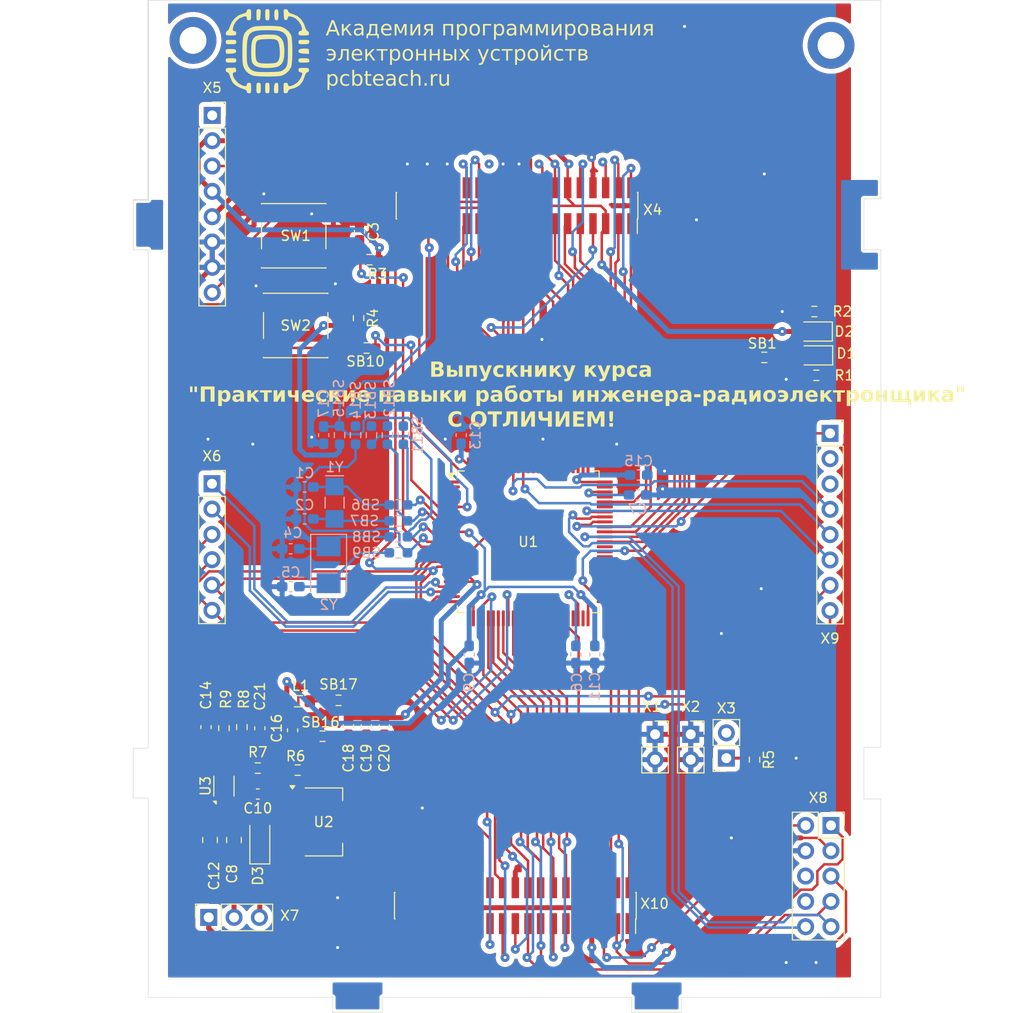
<source format=kicad_pcb>
(kicad_pcb (version 20240108) (generator "pcbnew") (generator_version "8.0")
  (layers (0 "F.Cu" signal) (31 "B.Cu" signal) (34 "B.Paste" user) (35 "F.Paste" user) (36 "B.SilkS" user "B.Silkscreen") (37 "F.SilkS" user "F.Silkscreen") (38 "B.Mask" user) (39 "F.Mask" user) (44 "Edge.Cuts" user))
  (net 0 "")
  (net 1 "Net-(C1-C1)")
  (net 2 "PGND")
  (net 3 "Net-(C2-C1)")
  (net 4 "/nRST")
  (net 5 "Net-(C4-C1)")
  (net 6 "Net-(C5-C1)")
  (net 7 "Net-(C6-C1)")
  (net 8 "Net-(C7-C1)")
  (net 9 "VIN")
  (net 10 "VDD")
  (net 11 "Net-(C10-C1)")
  (net 12 "E5V")
  (net 13 "C5V")
  (net 14 "VBAT")
  (net 15 "VDDA")
  (net 16 "AGND")
  (net 17 "Net-(D1-K)")
  (net 18 "Net-(D1-A)")
  (net 19 "Net-(D2-K)")
  (net 20 "Net-(L1-R2)")
  (net 21 "Net-(R4-R2)")
  (net 22 "BOOT0")
  (net 23 "Net-(R6-R2)")
  (net 24 "Net-(R8-R2)")
  (net 25 "PB13")
  (net 26 "/PC14")
  (net 27 "/PC15")
  (net 28 "/PH0")
  (net 29 "/PH1")
  (net 30 "/PC13")
  (net 31 "Net-(SB11-J2)")
  (net 32 "Net-(SB12-J2)")
  (net 33 "Net-(SB13-J2)")
  (net 34 "Net-(SB14-J2)")
  (net 37 "/PB4")
  (net 38 "/PD7")
  (net 39 "/PA14")
  (net 41 "/PA12")
  (net 42 "/PC2")
  (net 44 "/PC0")
  (net 47 "/PB5")
  (net 51 "/PC5")
  (net 52 "/PB6")
  (net 54 "/PB3")
  (net 55 "/PD5")
  (net 57 "/PB0")
  (net 58 "/PA1")
  (net 59 "/PB7")
  (net 60 "/PC3")
  (net 61 "/PA10")
  (net 62 "/PB12")
  (net 63 "/PB1")
  (net 64 "/PA5")
  (net 68 "/PD2")
  (net 69 "/PD3")
  (net 70 "/PD1")
  (net 71 "/PB2")
  (net 72 "/PB8")
  (net 73 "/PC7")
  (net 74 "/PA15")
  (net 75 "/PA11")
  (net 77 "/PC1")
  (net 78 "/PA0")
  (net 79 "/PB14")
  (net 80 "/PA4")
  (net 81 "/PD4")
  (net 83 "/PA2")
  (net 84 "/PC9")
  (net 85 "/PA8")
  (net 86 "/PD0")
  (net 87 "/PB15")
  (net 90 "/PB9")
  (net 91 "/PC4")
  (net 92 "/PA9")
  (net 93 "/PC11")
  (net 94 "/PC8")
  (net 95 "/PD6")
  (net 96 "/PC6")
  (net 98 "/PB10")
  (net 100 "/PA7")
  (net 102 "/PC12")
  (net 103 "/PB11")
  (net 104 "/PA13")
  (net 106 "/PC10")
  (net 107 "/PA6")
  (net 110 "/PA3")
  (net 113 "U5V")
  (net 114 "Net-(X10-PB9)")
  (footprint "Capacitor_SMD:C_0805_2012Metric_Pad1.18x1.45mm_HandSolder" (layer "F.Cu") (at 130.60659 119.21591 -90)
    (property "Reference" "C8")
    (property "Value" "10uF")
  )
  (footprint "Connector_PinSocket_2.54mm:PinSocket_1x02_P2.54mm_Vertical" (layer "F.Cu") (at 180 111 180)
    (property "Reference" "X3")
    (property "Value" "CONN-02P1L")
  )
  (footprint "Capacitor_SMD:C_0805_2012Metric_Pad1.18x1.45mm_HandSolder" (layer "F.Cu") (at 128.206589 119.21591 -90)
    (property "Reference" "C12")
    (property "Value" "10uF")
  )
  (footprint "Connector_PinSocket_2.54mm:PinSocket_1x06_P2.54mm_Vertical" (layer "F.Cu") (at 128.4 83.475)
    (property "Reference" "X6")
    (property "Value" "CONN-06P1L")
  )
  (footprint "Resistor_SMD:R_0603_1608Metric_Pad0.98x0.95mm_HandSolder" (layer "F.Cu") (at 129.6 108 90)
    (property "Reference" "R9")
    (property "Value" "10.2K")
  )
  (footprint "Package_QFP:LQFP-100_14x14mm_P0.5mm" (layer "F.Cu") (at 160.125 89.3)
    (property "Reference" "U1")
    (property "Value" "STM32H742Vx")
  )
  (footprint "Resistor_SMD:R_0603_1608Metric_Pad0.98x0.95mm_HandSolder" (layer "F.Cu") (at 133 111.999999 180)
    (property "Reference" "R7")
    (property "Value" "360")
  )
  (footprint "Resistor_SMD:R_0603_1608Metric_Pad0.98x0.95mm_HandSolder" (layer "F.Cu") (at 143.105 66.86 -90)
    (property "Reference" "R4")
    (property "Value" "10K")
  )
  (footprint "Diode_SMD:D_SOD-123F" (layer "F.Cu") (at 133.2 119.4 90)
    (property "Reference" "D3")
    (property "Value" "SS24FL")
  )
  (footprint "Package_DFN_QFN:DFN-6-1EP_2x1.8mm_P0.5mm_EP1.2x1.6mm" (layer "F.Cu") (at 129.599999 113.8 90)
    (property "Reference" "U3")
    (property "Value" "LD39050PU")
  )
  (footprint "Resistor_SMD:R_0603_1608Metric_Pad0.98x0.95mm_HandSolder" (layer "F.Cu") (at 141.0875 105.2)
    (property "Reference" "SB17")
    (property "Value" "JUMPER")
  )
  (footprint "Button_Switch_SMD:SW_SPST_PTS645" (layer "F.Cu") (at 136.8 67.6 180)
    (property "Reference" "SW2")
    (property "Value" "BUTTON1")
  )
  (footprint "LOGO" (layer "F.Cu") (at 134 40)
    (property "Reference" "G***" (hide yes))
    (property "Value" "LOGO" (hide yes))
  )
  (footprint "Capacitor_SMD:C_0603_1608Metric_Pad1.08x0.95mm_HandSolder" (layer "F.Cu") (at 136.487499 108.2 -90)
    (property "Reference" "C16")
    (property "Value" "0.1uF")
  )
  (footprint "Capacitor_SMD:C_0603_1608Metric_Pad1.08x0.95mm_HandSolder" (layer "F.Cu") (at 143.2 58.2 90)
    (property "Reference" "C3")
    (property "Value" "10n")
  )
  (footprint "Capacitor_SMD:C_0603_1608Metric_Pad1.08x0.95mm_HandSolder" (layer "F.Cu") (at 133.2 108 90)
    (property "Reference" "C21")
    (property "Value" "0.1uF")
  )
  (footprint "Resistor_SMD:R_0603_1608Metric_Pad0.98x0.95mm_HandSolder" (layer "F.Cu") (at 183.8 70.8 180)
    (property "Reference" "SB1")
    (property "Value" "JUMPER")
  )
  (footprint "Capacitor_SMD:C_0603_1608Metric_Pad1.08x0.95mm_HandSolder" (layer "F.Cu") (at 143.8875 107.8 -90)
    (property "Reference" "C19")
    (property "Value" "10nF")
  )
  (footprint "LED_SMD:LED_0805_2012Metric_Pad1.15x1.40mm_HandSolder" (layer "F.Cu") (at 188.76775 68.205073 180)
    (property "Reference" "D2")
    (property "Value" "LED")
  )
  (footprint "LED_SMD:LED_0805_2012Metric_Pad1.15x1.40mm_HandSolder" (layer "F.Cu") (at 188.8 70.6 180)
    (property "Reference" "D1")
    (property "Value" "LED")
  )
  (footprint "Resistor_SMD:R_0603_1608Metric_Pad0.98x0.95mm_HandSolder" (layer "F.Cu") (at 137 112.2 180)
    (property "Reference" "R6")
    (property "Value" "120")
  )
  (footprint "Connector_PinSocket_1.27mm:PinSocket_2x19_P1.27mm_Vertical_SMD" (layer "F.Cu") (at 158.83 125.8 -90)
    (property "Reference" "X10")
    (property "Value" "ST-MORPHO-CN10")
  )
  (footprint "Capacitor_SMD:C_0603_1608Metric_Pad1.08x0.95mm_HandSolder" (layer "F.Cu") (at 133 114.6 180)
    (property "Reference" "C10")
    (property "Value" "4.7uF")
  )
  (footprint "Connector_PinSocket_2.54mm:PinSocket_2x05_P2.54mm_Vertical" (layer "F.Cu") (at 190.489999 117.749999)
    (property "Reference" "X8")
    (property "Value" "CONN-10P1L")
  )
  (footprint "Inductor_SMD:L_0805_2012Metric_Pad1.05x1.20mm_HandSolder" (layer "F.Cu") (at 137.062499 105.289999)
    (property "Reference" "L1")
    (property "Value" "BEAD")
  )
  (footprint "Package_TO_SOT_SMD:SOT-223" (layer "F.Cu") (at 139.6 117.4)
    (property "Reference" "U2")
    (property "Value" "LM1117")
  )
  (footprint "MountingHole:MountingHole_2.7mm_M2.5_DIN965_Pad_TopBottom" (layer "F.Cu") (at 126.5 39)
    (property "Reference" "REF**" (hide yes))
    (property "Value" "MountingHole_2.7mm_M2.5_DIN965_Pad_TopBottom")
  )
  (footprint "Resistor_SMD:R_0603_1608Metric_Pad0.98x0.95mm_HandSolder" (layer "F.Cu") (at 182.825 111.15 -90)
    (property "Reference" "R5")
    (property "Value" "10K")
  )
  (footprint "Connector_PinSocket_2.54mm:PinSocket_1x08_P2.54mm_Vertical" (layer "F.Cu") (at 190.4 78.42)
    (property "Reference" "X9")
    (property "Value" "CONN-08P1L")
  )
  (footprint "Resistor_SMD:R_0603_1608Metric_Pad0.98x0.95mm_HandSolder" (layer "F.Cu") (at 131.4 107.8875 90)
    (property "Reference" "R8")
    (property "Value" "32.0K")
  )
  (footprint "Connector_PinSocket_1.27mm:PinSocket_2x19_P1.27mm_Vertical_SMD" (layer "F.Cu") (at 159 55.585 -90)
    (property "Reference" "X4")
    (property "Value" "ST-MORPHO-CN7")
  )
  (footprint "Connector_PinSocket_2.54mm:PinSocket_1x02_P2.54mm_Vertical" (layer "F.Cu") (at 172.85 108.61)
    (property "Reference" "X1")
    (property "Value" "CONN-02P1LA")
  )
  (footprint "Connector_PinSocket_2.54mm:PinSocket_1x08_P2.54mm_Vertical" (layer "F.Cu") (at 128.425 46.525)
    (property "Reference" "X5")
    (property "Value" "CONN-08P1L")
  )
  (footprint "Resistor_SMD:R_0603_1608Metric_Pad0.98x0.95mm_HandSolder" (layer "F.Cu") (at 143.905 69.86)
    (property "Reference" "SB10")
    (property "Value" "JUMPER")
  )
  (footprint "Resistor_SMD:R_0603_1608Metric_Pad0.98x0.95mm_HandSolder" (layer "F.Cu") (at 189.024999 72.6 180)
    (property "Reference" "R1")
    (property "Value" "330")
  )
  (footprint "Connector_PinSocket_2.54mm:PinSocket_1x03_P2.54mm_Vertical" (layer "F.Cu") (at 128.075 126.975 90)
    (property "Reference" "X7")
    (property "Value" "CONN-03P1L")
  )
  (footprint "Capacitor_SMD:C_0603_1608Metric_Pad1.08x0.95mm_HandSolder" (layer "F.Cu") (at 127.799999 107.8875 90)
    (property "Reference" "C14")
    (property "Value" "1uF")
  )
  (footprint "Button_Switch_SMD:SW_SPST_PTS645" (layer "F.Cu") (at 136.6 58.6 180)
    (property "Reference" "SW1")
    (property "Value" "BUTTON1")
  )
  (footprint "Capacitor_SMD:C_0603_1608Metric_Pad1.08x0.95mm_HandSolder" (layer "F.Cu") (at 142.0875 107.8 -90)
    (property "Reference" "C18")
    (property "Value" "1uF")
  )
  (footprint "Resistor_SMD:R_0603_1608Metric_Pad0.98x0.95mm_HandSolder" (layer "F.Cu") (at 139.4875 108.8)
    (property "Reference" "SB16")
    (property "Value" "JUMPER")
  )
  (footprint "MountingHole:MountingHole_2.7mm_M2.5_DIN965_Pad_TopBottom" (layer "F.Cu") (at 190.5 39.5)
    (property "Reference" "REF**" (hide yes))
    (property "Value" "MountingHole_2.7mm_M2.5_DIN965_Pad_TopBottom")
  )
  (footprint "Capacitor_SMD:C_0603_1608Metric_Pad1.08x0.95mm_HandSolder" (layer "F.Cu") (at 145.687499 107.799999 -90)
    (property "Reference" "C20")
    (property "Value" "10nF")
  )
  (footprint "Resistor_SMD:R_0603_1608Metric_Pad0.98x0.95mm_HandSolder" (layer "F.Cu") (at 188.824999 66.2 180)
    (property "Reference" "R2")
    (property "Value" "470")
  )
  (footprint "Resistor_SMD:R_0603_1608Metric_Pad0.98x0.95mm_HandSolder" (layer "F.Cu") (at 144.2 61 180)
    (property "Reference" "R3")
    (property "Value" "10K")
  )
  (footprint "Connector_PinSocket_2.54mm:PinSocket_1x02_P2.54mm_Vertical" (layer "F.Cu") (at 176.425 108.61)
    (property "Reference" "X2")
    (property "Value" "CONN-02P1LA")
  )
  (footprint "Capacitor_SMD:C_0603_1608Metric_Pad1.08x0.95mm_HandSolder" (layer "B.Cu") (at 136.3 93.8 180)
    (property "Reference" "C5")
    (property "Value" "20pF")
  )
  (footprint "Resistor_SMD:R_0603_1608Metric_Pad0.98x0.95mm_HandSolder" (layer "B.Cu") (at 147.1 90.4)
    (property "Reference" "SB9")
    (property "Value" "JUMPER")
  )
  (footprint "Capacitor_SMD:C_0603_1608Metric_Pad1.08x0.95mm_HandSolder" (layer "B.Cu") (at 171.1 84.6)
    (property "Reference" "C7")
    (property "Value" "2.2uF")
  )
  (footprint "Crystal:Crystal_SMD_5032-2Pin_5.0x3.2mm" (layer "B.Cu") (at 140.1 91.6 -90)
    (property "Reference" "Y2")
    (property "Value" "8MHz")
  )
  (footprint "Capacitor_SMD:C_0603_1608Metric_Pad1.08x0.95mm_HandSolder" (layer "B.Cu") (at 137.7 83.8 180)
    (property "Reference" "C1")
    (property "Value" "CAPACITOR")
  )
  (footprint "Resistor_SMD:R_0603_1608Metric_Pad0.98x0.95mm_HandSolder" (layer "B.Cu") (at 147.6 78.6 90)
    (property "Reference" "SB11")
    (property "Value" "JUMPER")
  )
  (footprint "Capacitor_SMD:C_0603_1608Metric_Pad1.08x0.95mm_HandSolder" (layer "B.Cu") (at 137.7 87 180)
    (property "Reference" "C2")
    (property "Value" "CAPACITOR")
  )
  (footprint "Resistor_SMD:R_0603_1608Metric_Pad0.98x0.95mm_HandSolder" (layer "B.Cu") (at 147.1 88.8)
    (property "Reference" "SB8")
    (property "Value" "JUMPER")
  )
  (footprint "Capacitor_SMD:C_0603_1608Metric_Pad1.08x0.95mm_HandSolder" (layer "B.Cu") (at 153.4 78.6 90)
    (property "Reference" "C13")
    (property "Value" "0.1uF")
  )
  (footprint "Capacitor_SMD:C_0603_1608Metric_Pad1.08x0.95mm_HandSolder" (layer "B.Cu") (at 164.9 100.6 -90)
    (property "Reference" "C6")
    (property "Value" "2.2uF")
  )
  (footprint "Resistor_SMD:R_0603_1608Metric_Pad0.98x0.95mm_HandSolder" (layer "B.Cu") (at 146 78.6 90)
    (property "Reference" "SB12")
    (property "Value" "JUMPER")
  )
  (footprint "Capacitor_SMD:C_0603_1608Metric_Pad1.08x0.95mm_HandSolder" (layer "B.Cu") (at 136.3 90 180)
    (property "Reference" "C4")
    (property "Value" "20pF")
  )
  (footprint "Resistor_SMD:R_0603_1608Metric_Pad0.98x0.95mm_HandSolder" (layer "B.Cu") (at 147.1 85.6)
    (property "Reference" "SB6")
    (property "Value" "JUMPER")
  )
  (footprint "Resistor_SMD:R_0603_1608Metric_Pad0.98x0.95mm_HandSolder" (layer "B.Cu") (at 141.200001 78.6 90)
    (property "Reference" "SB15")
    (property "Value" "JUMPER")
  )
  (footprint "Resistor_SMD:R_0603_1608Metric_Pad0.98x0.95mm_HandSolder" (layer "B.Cu") (at 142.799999 78.6 90)
    (property "Reference" "SB14")
    (property "Value" "JUMPER")
  )
  (footprint "Capacitor_SMD:C_0603_1608Metric_Pad1.08x0.95mm_HandSolder" (layer "B.Cu") (at 171.2 82.6)
    (property "Reference" "C15")
    (property "Value" "0.1uF")
  )
  (footprint "Capacitor_SMD:C_0603_1608Metric_Pad1.08x0.95mm_HandSolder" (layer "B.Cu") (at 139.6 78.6 -90)
    (property "Reference" "C17")
    (property "Value" "0.1uF")
  )
  (footprint "Resistor_SMD:R_0603_1608Metric_Pad0.98x0.95mm_HandSolder" (layer "B.Cu") (at 147.1 87.2)
    (property "Reference" "SB7")
    (property "Value" "JUMPER")
  )
  (footprint "Capacitor_SMD:C_0603_1608Metric_Pad1.08x0.95mm_HandSolder" (layer "B.Cu") (at 166.8 100.6 -90)
    (property "Reference" "C11")
    (property "Value" "0.1uF")
  )
  (footprint "Crystal:Crystal_SMD_EuroQuartz_EQ161-2Pin_3.2x1.5mm_HandSoldering" (layer "B.Cu") (at 140.7 85.374999 -90)
    (property "Reference" "Y1")
    (property "Value" "32.768K")
  )
  (footprint "Resistor_SMD:R_0603_1608Metric_Pad0.98x0.95mm_HandSolder" (layer "B.Cu") (at 144.4 78.6 90)
    (property "Reference" "SB13")
    (property "Value" "JUMPER")
  )
  (footprint "Capacitor_SMD:C_0603_1608Metric_Pad1.08x0.95mm_HandSolder" (layer "B.Cu") (at 154.2 100.6 -90)
    (property "Reference" "C9")
    (property "Value" "0.1uF")
  )
  (gr_line (start 120.5 110) (end 120.5 115) (stroke (width 0.05)) (layer "Edge.Cuts"))
  (gr_line (start 195.5 115.1) (end 193.8 115.1) (stroke (width 0.05)) (layer "Edge.Cuts"))
  (gr_line (start 195.5 60) (end 193.8 60) (stroke (width 0.05)) (layer "Edge.Cuts"))
  (gr_line (start 195.5 54.9) (end 195.5 35) (stroke (width 0.05)) (layer "Edge.Cuts"))
  (gr_line (start 195.5 135) (end 175.5 135) (stroke (width 0.05)) (layer "Edge.Cuts"))
  (gr_line (start 120.5 55) (end 122 55) (stroke (width 0.1)) (layer "Edge.Cuts"))
  (gr_line (start 175.5 136.5) (end 170.5 136.5) (stroke (width 0.05)) (layer "Edge.Cuts"))
  (gr_line (start 193.8 109.9) (end 195.5 109.9) (stroke (width 0.05)) (layer "Edge.Cuts"))
  (gr_line (start 170.5 135) (end 145.5 135) (stroke (width 0.05)) (layer "Edge.Cuts"))
  (gr_line (start 140.5 135) (end 140.5 136.5) (stroke (width 0.05)) (layer "Edge.Cuts"))
  (gr_line (start 122 135) (end 140.5 135) (stroke (width 0.05)) (layer "Edge.Cuts"))
  (gr_line (start 120.5 110) (end 122 110) (stroke (width 0.05)) (layer "Edge.Cuts"))
  (gr_line (start 140.5 136.5) (end 145.5 136.5) (stroke (width 0.05)) (layer "Edge.Cuts"))
  (gr_line (start 122 60) (end 122 110) (stroke (width 0.05)) (layer "Edge.Cuts"))
  (gr_line (start 193.8 115.1) (end 193.8 109.9) (stroke (width 0.05)) (layer "Edge.Cuts"))
  (gr_line (start 120.5 55) (end 120.5 60) (stroke (width 0.05)) (layer "Edge.Cuts"))
  (gr_line (start 195.5 35) (end 122 35) (stroke (width 0.05)) (layer "Edge.Cuts"))
  (gr_line (start 120.5 60) (end 122 60) (stroke (width 0.05)) (layer "Edge.Cuts"))
  (gr_line (start 195.5 109.9) (end 195.5 60) (stroke (width 0.05)) (layer "Edge.Cuts"))
  (gr_line (start 175.5 135) (end 175.5 136.5) (stroke (width 0.05)) (layer "Edge.Cuts"))
  (gr_line (start 122 55) (end 122 35) (stroke (width 0.1)) (layer "Edge.Cuts"))
  (gr_line (start 145.5 135) (end 145.5 136.5) (stroke (width 0.05)) (layer "Edge.Cuts"))
  (gr_line (start 122 115) (end 120.5 115) (stroke (width 0.05)) (layer "Edge.Cuts"))
  (gr_line (start 195.5 54.9) (end 193.8 54.9) (stroke (width 0.05)) (layer "Edge.Cuts"))
  (gr_line (start 170.5 136.5) (end 170.5 135) (stroke (width 0.05)) (layer "Edge.Cuts"))
  (gr_line (start 193.8 60) (end 193.8 54.9) (stroke (width 0.05)) (layer "Edge.Cuts"))
  (gr_line (start 122 115) (end 122 135) (stroke (width 0.05)) (layer "Edge.Cuts"))
  (gr_line (start 195.5 135) (end 195.5 115.1) (stroke (width 0.05)) (layer "Edge.Cuts"))
  (gr_text "Выпускнику курса" (at 150.2 73 0) (layer "F.SilkS") (effects (font (size 1.5 1.5) (thickness 0.3) (bold yes) (italic yes)) (justify left bottom)))
  (gr_text "{dblquote}Практические навыки работы инженера-радиоэлектронщика{dblquote}" (at 126 75.5 0) (layer "F.SilkS") (effects (font (size 1.5 1.5) (thickness 0.3) (bold yes) (italic yes)) (justify left bottom)))
  (gr_text "С ОТЛИЧИЕМ!" (at 152 78 0) (layer "F.SilkS") (effects (font (size 1.5 1.5) (thickness 0.3) (bold yes) (italic yes)) (justify left bottom)))
  (gr_text "Академия программирования \nэлектронных устройств\npcbteach.ru" (at 139.8 43.8 0) (layer "F.SilkS") (effects (font (size 1.5 1.5) (thickness 0.1)) (justify left bottom)))
  (segment (start 143.8 85.6) (end 146.1875 85.6) (width 0.25) (layer "B.Cu") (net 1))
  (segment (start 138.562501 83.8) (end 140.649998 83.8) (width 0.25) (layer "B.Cu") (net 1))
  (segment (start 140.7 83.749998) (end 141.949998 83.749998) (width 0.25) (layer "B.Cu") (net 1))
  (segment (start 140.649998 83.8) (end 140.7 83.749998) (width 0.25) (layer "B.Cu") (net 1))
  (segment (start 141.949998 83.749998) (end 143.8 85.6) (width 0.25) (layer "B.Cu") (net 1))
  (segment (start 128.425 61.765) (end 126.6 63.59) (width 0.5) (layer "F.Cu") (net 2))
  (segment (start 127.799999 107.024999) (end 129.537499 107.024999) (width 0.5) (layer "F.Cu") (net 2))
  (segment (start 126.6 65.2) (end 127.005 65.605) (width 0.5) (layer "F.Cu") (net 2))
  (segment (start 130.137499 116.6) (end 132.137499 114.6) (width 0.5) (layer "F.Cu") (net 2))
  (segment (start 141.567499 57.337499) (end 140.58 56.35) (width 0.5) (layer "F.Cu") (net 2))
  (segment (start 138.575 108.8) (end 136.75 108.8) (width 0.5) (layer "F.Cu") (net 2))
  (segment (start 127.005 65.605) (end 132.565 65.605) (width 0.5) (layer "F.Cu") (net 2))
  (segment (start 140.78 65.35) (end 140.78 63.42) (width 0.5) (layer "F.Cu") (net 2))
  (segment (start 138.45 56.35) (end 138.4 56.4) (width 0.5) (layer "F.Cu") (net 2))
  (segment (start 159 57.385) (end 159 53.785) (width 0.25) (layer "F.Cu") (net 2))
  (segment (start 127 117.575621) (end 127.975621 116.6) (width 0.5) (layer "F.Cu") (net 2))
  (segment (start 132.0875 110.7125) (end 132.0875 111.999999) (width 0.5) (layer "F.Cu") (net 2))
  (segment (start 128.206589 120.25341) (end 127 119.046821) (width 0.5) (layer "F.Cu") (net 2))
  (segment (start 129.745 59.225) (end 132.62 56.35) (width 0.5) (layer "F.Cu") (net 2))
  (segment (start 128.425 61.765) (end 128.425 59.225) (width 0.5) (layer "F.Cu") (net 2))
  (segment (start 128.206589 120.25341) (end 130.60659 120.25341) (width 0.5) (layer "F.Cu") (net 2))
  (segment (start 132.82 65.35) (end 140.78 65.35) (width 0.5) (layer "F.Cu") (net 2))
  (segment (start 132.62 55.38) (end 133.6 54.4) (width 0.5) (layer "F.Cu") (net 2))
  (segment (start 135.15 110.4) (end 132.4 110.4) (width 0.5) (layer "F.Cu") (net 2))
  (segment (start 132.137499 112.049998) (end 132.0875 111.999999) (width 0.5) (layer "F.Cu") (net 2))
  (segment (start 131.662501 105.6) (end 133.2 107.137499) (width 0.5) (layer "F.Cu") (net 2))
  (segment (start 187.912499 66.2) (end 185.6 66.2) (width 0.5) (layer "F.Cu") (net 2))
  (segment (start 136.75 108.8) (end 136.487499 109.062501) (width 0.5) (layer "F.Cu") (net 2))
  (segment (start 187.712499 73) (end 188.112499 72.6) (width 0.5) (layer "F.Cu") (net 2))
  (segment (start 140.8 63.4) (end 140.78 63.42) (width 0.5) (layer "F.Cu") (net 2))
  (segment (start 143.2 57.337499) (end 141.567499 57.337499) (width 0.5) (layer "F.Cu") (net 2))
  (segment (start 127 119.046821) (end 127 117.575621) (width 0.5) (layer "F.Cu") (net 2))
  (segment (start 132.82 65.35) (end 132.82 63.62) (width 0.5) (layer "F.Cu") (net 2))
  (segment (start 159 53.785) (end 157.73 53.785) (width 0.25) (layer "F.Cu") (net 2))
  (segment (start 140.58 56.35) (end 138.45 56.35) (width 0.5) (layer "F.Cu") (net 2))
  (segment (start 132.565 65.605) (end 132.82 65.35) (width 0.5) (layer "F.Cu") (net 2))
  (segment (start 166.460002 50.739998) (end 166.480002 50.739998) (width 0.25) (layer "F.Cu") (net 2))
  (segment (start 129.6 107.0875) (end 131.0875 105.6) (width 0.5) (layer "F.Cu") (net 2))
  (segment (start 132.62 56.35) (end 132.62 55.38) (width 0.5) (layer "F.Cu") (net 2))
  (segment (start 147.57 53.785) (end 152.65 53.785) (width 0.25) (layer "F.Cu") (net 2))
  (segment (start 166.4 50.8) (end 166.460002 50.739998) (width 0.25) (layer "F.Cu") (net 2))
  (segment (start 166.62 53.785) (end 166.62 51.02) (width 0.25) (layer "F.Cu") (net 2))
  (segment (start 127.975621 116.6) (end 129.6 116.6) (width 0.5) (layer "F.Cu") (net 2))
  (segment (start 129.599999 114.875) (end 129.6 116.6) (width 0.25) (layer "F.Cu") (net 2))
  (segment (start 129.537499 107.024999) (end 129.6 107.0875) (width 0.5) (layer "F.Cu") (net 2))
  (segment (start 129.6 116.6) (end 130.137499 116.6) (width 0.5) (layer "F.Cu") (net 2))
  (segment (start 126.6 63.59) (end 126.6 65.2) (width 0.5) (layer "F.Cu") (net 2))
  (segment (start 128.425 59.225) (end 129.745 59.225) (width 0.5) (layer "F.Cu") (net 2))
  (segment (start 131.0875 105.6) (end 131.662501 105.6) (width 0.5) (layer "F.Cu") (net 2))
  (segment (start 186 73) (end 187.712499 73) (width 0.5) (layer "F.Cu") (net 2))
  (segment (start 132.4 110.4) (end 132.0875 110.7125) (width 0.5) (layer "F.Cu") (net 2))
  (segment (start 136.487499 109.062501) (end 135.15 110.4) (width 0.5) (layer "F.Cu") (net 2))
  (segment (start 166.62 51.02) (end 166.4 50.8) (width 0.25) (layer "F.Cu") (net 2))
  (segment (start 132.8 63.6) (end 132.82 63.62) (width 0.5) (layer "F.Cu") (net 2))
  (segment (start 132.137499 114.6) (end 132.137499 112.049998) (width 0.5) (layer "F.Cu") (net 2))
  (via (at 161.6 79) (size 0.9) (drill 0.3) (layers "F.Cu" "B.Cu") (net 2))
  (via (at 151.8 79) (size 0.9) (drill 0.3) (layers "F.Cu" "B.Cu") (net 2))
  (via (at 152 51.4) (size 0.9) (drill 0.3) (layers "F.Cu" "B.Cu") (net 2))
  (via (at 166.480002 50.739998) (size 0.9) (drill 0.3) (layers "F.Cu" "B.Cu") (net 2))
  (via (at 189 131.5) (size 0.9) (drill 0.3) (layers "F.Cu" "B.Cu") (net 2))
  (via (at 169 79.5) (size 0.9) (drill 0.3) (layers "F.Cu" "B.Cu") (net 2))
  (via (at 157.6 51.4) (size 0.9) (drill 0.3) (layers "F.Cu" "B.Cu") (net 2))
  (via (at 150 51.4) (size 0.9) (drill 0.3) (layers "F.Cu" "B.Cu") (net 2))
  (via (at 183.8 52.4) (size 0.9) (drill 0.3) (layers "F.Cu" "B.Cu") (net 2))
  (via (at 159.2 51.4) (size 0.9) (drill 0.3) (layers "F.Cu" "B.Cu") (net 2))
  (via (at 141 125) (size 0.9) (drill 0.3) (layers "F.Cu" "B.Cu") (net 2))
  (via (at 133.6 54.4) (size 0.9) (drill 0.3) (layers "F.Cu" "B.Cu") (net 2))
  (via (at 173.8 82.2) (size 0.9) (drill 0.3) (layers "F.Cu" "B.Cu") (net 2))
  (via (at 183.5 94) (size 0.9) (drill 0.3) (layers "F.Cu" "B.Cu") (net 2))
  (via (at 140.78 63.42) (size 0.9) (drill 0.3) (layers "F.Cu" "B.Cu") (net 2))
  (via (at 186 73) (size 0.9) (drill 0.3) (layers "F.Cu" "B.Cu") (net 2))
  (via (at 132.5 79.5) (size 0.9) (drill 0.3) (layers "F.Cu" "B.Cu") (net 2))
  (via (at 161.5 69) (size 0.9) (drill 0.3) (layers "F.Cu" "B.Cu") (net 2))
  (via (at 179.5 98.5) (size 0.9) (drill 0.3) (layers "F.Cu" "B.Cu") (net 2))
  (via (at 132.82 63.62) (size 0.9) (drill 0.3) (layers "F.Cu" "B.Cu") (net 2))
  (via (at 148 51.4) (size 0.9) (drill 0.3) (layers "F.Cu" "B.Cu") (net 2))
  (via (at 141 130) (size 0.9) (drill 0.3) (layers "F.Cu" "B.Cu") (net 2))
  (via (at 175.8 37.6) (size 0.9) (drill 0.3) (layers "F.Cu" "B.Cu") (net 2))
  (via (at 173.6 84) (size 0.9) (drill 0.3) (layers "F.Cu" "B.Cu") (net 2))
  (via (at 177 57) (size 0.9) (drill 0.3) (layers "F.Cu" "B.Cu") (net 2))
  (via (at 185.6 66.2) (size 0.9) (drill 0.3) (layers "F.Cu" "B.Cu") (net 2))
  (via (at 138.4 56.4) (size 0.9) (drill 0.3) (layers "F.Cu" "B.Cu") (net 2))
  (via (at 187 111) (size 0.9) (drill 0.3) (layers "F.Cu" "B.Cu") (net 2))
  (via (at 180.5 119) (size 0.9) (drill 0.3) (layers "F.Cu" "B.Cu") (net 2))
  (via (at 149.5 116) (size 0.9) (drill 0.3) (layers "F.Cu" "B.Cu") (net 2))
  (via (at 186 131.5) (size 0.9) (drill 0.3) (layers "F.Cu" "B.Cu") (net 2))
  (via (at 128 79) (size 0.9) (drill 0.3) (layers "F.Cu" "B.Cu") (net 2))
  (via (at 138.4 78.8) (size 0.9) (drill 0.3) (layers "F.Cu" "B.Cu") (net 2))
  (segment (start 153.062501 77.737499) (end 153.4 77.737499) (width 0.5) (layer "B.Cu") (net 2))
  (segment (start 139.6 79.462501) (end 139.062501 79.462501) (width 0.5) (layer "B.Cu") (net 2))
  (segment (start 151.8 79) (end 153.062501 77.737499) (width 0.5) (layer "B.Cu") (net 2))
  (segment (start 139.062501 79.462501) (end 138.4 78.8) (width 0.5) (layer "B.Cu") (net 2))
  (segment (start 141 87) (end 141.2 87.2) (width 0.25) (layer "B.Cu") (net 3))
  (segment (start 140.7 87) (end 141 87) (width 0.25) (layer "B.Cu") (net 3))
  (segment (start 138.562501 87) (end 140.7 87) (width 0.25) (layer "B.Cu") (net 3))
  (segment (start 141.2 87.2) (end 146.1875 87.2) (width 0.25) (layer "B.Cu") (net 3))
  (segment (start 143.2875 62.2875) (end 143.4 62.4) (width 0.25) (layer "F.Cu") (net 4))
  (segment (start 140.58 60.85) (end 143.1375 60.85) (width 0.25) (layer "F.Cu") (net 4))
  (segment (start 149.403981 89.8) (end 147.569246 87.965265) (width 0.25) (layer "F.Cu") (net 4))
  (segment (start 147.569246 62.830754) (end 147.6 62.8) (width 0.25) (layer "F.Cu") (net 4))
  (segment (start 143.2875 59.150001) (end 143.2 59.062501) (width 0.25) (layer "F.Cu") (net 4))
  (segment (start 143.2875 61) (end 143.2875 62.2875) (width 0.25) (layer "F.Cu") (net 4))
  (segment (start 143.1375 60.85) (end 143.2875 61) (width 0.25) (layer "F.Cu") (net 4))
  (segment (start 132.62 60.85) (end 140.58 60.85) (width 0.25) (layer "F.Cu") (net 4))
  (segment (start 147.569246 87.965265) (end 147.569246 62.830754) (width 0.25) (layer "F.Cu") (net 4))
  (segment (start 152.45 89.8) (end 149.403981 89.8) (width 0.25) (layer "F.Cu") (net 4))
  (segment (start 143.2875 61) (end 143.2875 59.150001) (width 0.25) (layer "F.Cu") (net 4))
  (via (at 143.4 62.4) (size 0.9) (drill 0.3) (layers "F.Cu" "B.Cu") (net 4))
  (via (at 147.6 62.8) (size 0.9) (drill 0.3) (layers "F.Cu" "B.Cu") (net 4))
  (segment (start 143.4 62.4) (end 143.8 62.8) (width 0.25) (layer "B.Cu") (net 4))
  (segment (start 143.8 62.8) (end 147.6 62.8) (width 0.25) (layer "B.Cu") (net 4))
  (segment (start 140.250001 89.749999) (end 141.2 88.8) (width 0.25) (layer "B.Cu") (net 5))
  (segment (start 139.849999 90) (end 140.1 89.749999) (width 0.25) (layer "B.Cu") (net 5))
  (segment (start 141.2 88.8) (end 146.1875 88.8) (width 0.25) (layer "B.Cu") (net 5))
  (segment (start 137.162501 90) (end 139.849999 90) (width 0.25) (layer "B.Cu") (net 5))
  (segment (start 140.1 89.749999) (end 140.250001 89.749999) (width 0.25) (layer "B.Cu") (net 5))
  (segment (start 137.162501 93.8) (end 139.750001 93.8) (width 0.25) (layer "B.Cu") (net 6))
  (segment (start 140.149999 93.450001) (end 143.2 90.4) (width 0.25) (layer "B.Cu") (net 6))
  (segment (start 139.750001 93.8) (end 140.1 93.450001) (width 0.25) (layer "B.Cu") (net 6))
  (segment (start 143.2 90.4) (end 146.1875 90.4) (width 0.25) (layer "B.Cu") (net 6))
  (segment (start 140.1 93.450001) (end 140.149999 93.450001) (width 0.25) (layer "B.Cu") (net 6))
  (segment (start 165.124999 96.975) (end 165.124999 95.524999) (width 0.25) (layer "F.Cu") (net 7))
  (segment (start 165.124999 95.524999) (end 164.2 94.6) (width 0.25) (layer "F.Cu") (net 7))
  (via (at 164.2 94.6) (size 0.9) (drill 0.3) (layers "F.Cu" "B.Cu") (net 7))
  (segment (start 164.9 95.3) (end 164.2 94.6) (width 0.25) (layer "B.Cu") (net 7))
  (segment (start 164.9 99.737499) (end 164.9 95.3) (width 0.25) (layer "B.Cu") (net 7))
  (segment (start 166.299999 84.300001) (end 166.2 84.4) (width 0.25) (layer "F.Cu") (net 8))
  (segment (start 167.8 84.300001) (end 166.299999 84.300001) (width 0.25) (layer "F.Cu") (net 8))
  (via (at 166.2 84.4) (size 0.9) (drill 0.3) (layers "F.Cu" "B.Cu") (net 8))
  (segment (start 166.4 84.6) (end 166.2 84.4) (width 0.25) (layer "B.Cu") (net 8))
  (segment (start 170.237499 84.6) (end 166.4 84.6) (width 0.25) (layer "B.Cu") (net 8))
  (segment (start 130.60659 118.17841) (end 131.17841 118.17841) (width 0.25) (layer "F.Cu") (net 9))
  (segment (start 156.46 54.54) (end 156.46 53.785) (width 0.25) (layer "F.Cu") (net 9))
  (segment (start 131.875001 118.875001) (end 135.625001 118.875001) (width 0.25) (layer "F.Cu") (net 9))
  (segment (start 131.52 61.21) (end 131.52 59.875) (width 0.25) (layer "F.Cu") (net 9))
  (segment (start 131.52 59.875) (end 136.195 55.2) (width 0.25) (layer "F.Cu") (net 9))
  (segment (start 131.17841 118.17841) (end 131.875001 118.875001) (width 0.25) (layer "F.Cu") (net 9))
  (segment (start 128.425 64.305) (end 131.52 61.21) (width 0.25) (layer "F.Cu") (net 9))
  (segment (start 135.625001 118.875001) (end 136.45 119.7) (width 0.25) (layer "F.Cu") (net 9))
  (segment (start 155.8 55.2) (end 156.46 54.54) (width 0.25) (layer "F.Cu") (net 9))
  (segment (start 136.195 55.2) (end 155.8 55.2) (width 0.25) (layer "F.Cu") (net 9))
  (via (at 156.2 51.4) (size 0.9) (drill 0.3) (layers "F.Cu" "B.Cu") (net 9))
  (segment (start 133.2 108.862501) (end 134.962497 108.862501) (width 0.5) (layer "F.Cu") (net 10))
  (segment (start 166.125 96.975) (end 166.125 95.325) (width 0.25) (layer "F.Cu") (net 10))
  (segment (start 135.912499 105.289999) (end 135.912499 103.312499) (width 0.5) (layer "F.Cu") (net 10))
  (segment (start 164.08 51.52) (end 164.2 51.4) (width 0.25) (layer "F.Cu") (net 10))
  (segment (start 164.08 54.88) (end 164.08 53.785) (width 0.25) (layer "F.Cu") (net 10))
  (segment (start 161.54 55.14) (end 162 55.6) (width 0.25) (layer "F.Cu") (net 10))
  (segment (start 167.89 57.89) (end 167.5 58.28) (width 0.25) (layer "F.Cu") (net 10))
  (segment (start 166.125 95.325) (end 165.4 94.6) (width 0.25) (layer "F.Cu") (net 10))
  (segment (start 164.982664 83.07223) (end 165.210434 83.3) (width 0.25) (layer "F.Cu") (net 10))
  (segment (start 185.605073 68.205073) (end 185.6 68.2) (width 0.5) (layer "F.Cu") (net 10))
  (segment (start 135.912499 105.289999) (end 135.912499 106.762499) (width 0.5) (layer "F.Cu") (net 10))
  (segment (start 127 49.8) (end 127 52.72) (width 0.5) (layer "F.Cu") (net 10))
  (segment (start 167.89 57.385) (end 167.89 57.89) (width 0.25) (layer "F.Cu") (net 10))
  (segment (start 164.08 53.785) (end 164.08 51.52) (width 0.25) (layer "F.Cu") (net 10))
  (segment (start 164.8 55.6) (end 164.08 54.88) (width 0.25) (layer "F.Cu") (net 10))
  (segment (start 161.54 53.785) (end 161.54 55.14) (width 0.25) (layer "F.Cu") (net 10))
  (segment (start 143.105 65.9475) (end 141.4525 67.6) (width 0.5) (layer "F.Cu") (net 10))
  (segment (start 161.54 51.74) (end 161.2 51.4) (width 0.25) (layer "F.Cu") (net 10))
  (segment (start 131.135 49.065) (end 132 48.2) (width 0.5) (layer "F.Cu") (net 10))
  (segment (start 135.912499 106.762499) (end 136.487499 107.337499) (width 0.5) (layer "F.Cu") (net 10))
  (segment (start 145.1125 59.8875) (end 145.2 59.8) (width 0.5) (layer "F.Cu") (net 10))
  (segment (start 127.735 49.065) (end 127 49.8) (width 0.5) (layer "F.Cu") (net 10))
  (segment (start 167.5 58.28) (end 167.5 61.5) (width 0.25) (layer "F.Cu") (net 10))
  (segment (start 134.962497 108.862501) (end 136.487499 107.337499) (width 0.5) (layer "F.Cu") (net 10))
  (segment (start 143.105 65.9475) (end 145.1125 63.94) (width 0.5) (layer "F.Cu") (net 10))
  (segment (start 187.742751 68.205073) (end 185.605073 68.205073) (width 0.5) (layer "F.Cu") (net 10))
  (segment (start 167.89 57.385) (end 167.89 56.09) (width 0.25) (layer "F.Cu") (net 10))
  (segment (start 162 55.6) (end 164.8 55.6) (width 0.25) (layer "F.Cu") (net 10))
  (segment (start 153.5 81) (end 153.2 81) (width 0.25) (layer "F.Cu") (net 10))
  (segment (start 154.1 88.3) (end 154.2 88.4) (width 0.25) (layer "F.Cu") (net 10))
  (segment (start 127 52.72) (end 128.425 54.145) (width 0.5) (layer "F.Cu") (net 10))
  (segment (start 145.1125 63.94) (end 145.1125 61) (width 0.5) (layer "F.Cu") (net 10))
  (segment (start 161 48.2) (end 164.2 51.4) (width 0.5) (layer "F.Cu") (net 10))
  (segment (start 167.89 56.09) (end 167.4 55.6) (width 0.25) (layer "F.Cu") (net 10))
  (segment (start 128.425 49.065) (end 131.135 49.065) (width 0.5) (layer "F.Cu") (net 10))
  (segment (start 161.54 53.785) (end 161.54 51.74) (width 0.25) (layer "F.Cu") (net 10))
  (segment (start 141.4525 67.6) (end 139.6 67.6) (width 0.5) (layer "F.Cu") (net 10))
  (segment (start 128.425 49.065) (end 127.735 49.065) (width 0.5) (layer "F.Cu") (net 10))
  (segment (start 131.4 108.8) (end 133.137499 108.8) (width 0.5) (layer "F.Cu") (net 10))
  (segment (start 154.125 81.625) (end 153.5 81) (width 0.25) (layer "F.Cu") (net 10))
  (segment (start 165.210434 83.3) (end 167.8 83.3) (width 0.25) (layer "F.Cu") (net 10))
  (segment (start 131.4 108.8) (end 130.199999 110.000001) (width 0.5) (layer "F.Cu") (net 10))
  (segment (start 145.1125 61) (end 145.1125 59.8875) (width 0.5) (layer "F.Cu") (net 10))
  (segment (start 135.8 103.2) (end 135.912499 103.312499) (width 0.5) (layer "F.Cu") (net 10))
  (segment (start 130.199999 110.000001) (end 130.199999 112.625) (width 0.5) (layer "F.Cu") (net 10))
  (segment (start 167.4 55.6) (end 164.8 55.6) (width 0.25) (layer "F.Cu") (net 10))
  (segment (start 133.137499 108.8) (end 133.2 108.862501) (width 0.5) (layer "F.Cu") (net 10))
  (segment (start 154.625 96.975) (end 154.625 95.375) (width 0.25) (layer "F.Cu") (net 10))
  (segment (start 154.625 95.375) (end 155.4 94.6) (width 0.25) (layer "F.Cu") (net 10))
  (segment (start 152.45 88.3) (end 154.1 88.3) (width 0.25) (layer "F.Cu") (net 10))
  (segment (start 132 48.2) (end 161 48.2) (width 0.5) (layer "F.Cu") (net 10))
  (via (at 161.2 51.4) (size 0.9) (drill 0.3) (layers "F.Cu" "B.Cu") (net 10))
  (via (at 153.2 81) (size 0.9) (drill 0.3) (layers "F.Cu" "B.Cu") (net 10))
  (via (at 164.2 51.4) (size 0.9) (drill 0.3) (layers "F.Cu" "B.Cu") (net 10))
  (via (at 135.912499 103.312499) (size 0.9) (drill 0.3) (layers "F.Cu" "B.Cu") (net 10))
  (via (at 145.2 59.8) (size 0.9) (drill 0.3) (layers "F.Cu" "B.Cu") (net 10))
  (via (at 164.982664 83.07223) (size 0.9) (drill 0.3) (layers "F.Cu" "B.Cu") (net 10))
  (via (at 139.6 67.6) (size 0.9) (drill 0.3) (layers "F.Cu" "B.Cu") (net 10))
  (via (at 185.6 68.2) (size 0.9) (drill 0.3) (layers "F.Cu" "B.Cu") (net 10))
  (via (at 155.4 94.6) (size 0.9) (drill 0.3) (layers "F.Cu" "B.Cu") (net 10))
  (via (at 154.2 88.4) (size 0.9) (drill 0.3) (layers "F.Cu" "B.Cu") (net 10))
  (via (at 165.4 94.6) (size 0.9) (drill 0.3) (layers "F.Cu" "B.Cu") (net 10))
  (via (at 167.5 61.5) (size 0.9) (drill 0.3) (layers "F.Cu" "B.Cu") (net 10))
  (segment (start 154.2 99.737499) (end 152.1 101.837499) (width 0.5) (layer "B.Cu") (net 10))
  (segment (start 156.175 93.825) (end 164.625 93.825) (width 0.25) (layer "B.Cu") (net 10))
  (segment (start 155.4 94.6) (end 156.175 93.825) (width 0.25) (layer "B.Cu") (net 10))
  (segment (start 153.4 79.462501) (end 153.4 80.8) (width 0.5) (layer "B.Cu") (net 10))
  (segment (start 132.28 58) (end 128.425 54.145) (width 0.5) (layer "B.Cu") (net 10))
  (segment (start 137.8 80.6) (end 140.8 80.6) (width 0.5) (layer "B.Cu") (net 10))
  (segment (start 154.2 88.4) (end 155.766469 89.966469) (width 0.25) (layer "B.Cu") (net 10))
  (segment (start 140.1 107.5) (end 135.912499 103.312499) (width 0.5) (layer "B.Cu") (net 10))
  (segment (start 174.2 68.2) (end 167.5 61.5) (width 0.5) (layer "B.Cu") (net 10))
  (segment (start 166.8 96) (end 165.4 94.6) (width 0.5) (layer "B.Cu") (net 10))
  (segment (start 155.766469 94.233531) (end 155.4 94.6) (width 0.25) (layer "B.Cu") (net 10))
  (segment (start 185.6 68.2) (end 174.2 68.2) (width 0.5) (layer "B.Cu") (net 10))
  (segment (start 137.2 80) (end 137.8 80.6) (width 0.5) (layer "B.Cu") (net 10))
  (segment (start 139.6 67.6) (end 137.2 70) (width 0.5) (layer "B.Cu") (net 10))
  (segment (start 153.4 80.8) (end 153.2 81) (width 0.5) (layer "B.Cu") (net 10))
  (segment (start 154.2 95.8) (end 155.4 94.6) (width 0.5) (layer "B.Cu") (net 10))
  (segment (start 140.8 80.6) (end 141.200001 80.199999) (width 0.5) (layer "B.Cu") (net 10))
  (segment (start 166.8 99.737499) (end 166.8 96) (width 0.5) (layer "B.Cu") (net 10))
  (segment (start 152.1 103.572793) (end 148.172793 107.5) (width 0.5) (layer "B.Cu") (net 10))
  (segment (start 137.2 70) (end 137.2 80) (width 0.5) (layer "B.Cu") (net 10))
  (segment (start 164.625 93.825) (end 165.4 94.6) (width 0.25) (layer "B.Cu") (net 10))
  (segment (start 165.454894 82.6) (end 170.337499 82.6) (width 0.5) (layer "B.Cu") (net 10))
  (segment (start 143.4 58) (end 132.28 58) (width 0.5) (layer "B.Cu") (net 10))
  (segment (start 141.200001 80.199999) (end 141.200001 79.5125) (width 0.5) (layer "B.Cu") (net 10))
  (segment (start 164.982664 83.07223) (end 165.454894 82.6) (width 0.5) (layer "B.Cu") (net 10))
  (segment (start 148.172793 107.5) (end 140.1 107.5) (width 0.5) (layer "B.Cu") (net 10))
  (segment (start 154.2 99.737499) (end 154.2 95.8) (width 0.5) (layer "B.Cu") (net 10))
  (segment (start 145.2 59.8) (end 143.4 58) (width 0.5) (layer "B.Cu") (net 10))
  (segment (start 152.1 101.837499) (end 152.1 103.572793) (width 0.5) (layer "B.Cu") (net 10))
  (segment (start 155.766469 89.966469) (end 155.766469 94.233531) (width 0.25) (layer "B.Cu") (net 10))
  (segment (start 135.85 118.000001) (end 136.450001 117.4) (width 0.25) (layer "F.Cu") (net 11))
  (segment (start 133.2 118.000001) (end 135.85 118.000001) (width 0.25) (layer "F.Cu") (net 11))
  (segment (start 133.862501 114.6) (end 133.862501 114.537499) (width 0.25) (layer "F.Cu") (net 11))
  (segment (start 136.450001 117.4) (end 137.6 117.4) (width 0.25) (layer "F.Cu") (net 11))
  (segment (start 133.862501 114.6) (end 133.862501 117.3375) (width 0.25) (layer "F.Cu") (net 11))
  (segment (start 133.862501 117.3375) (end 133.2 118.000001) (width 0.25) (layer "F.Cu") (net 11))
  (segment (start 137.9125 117.0875) (end 137.9125 112.2) (width 0.25) (layer "F.Cu") (net 11))
  (segment (start 137.6 117.4) (end 137.9125 117.0875) (width 0.25) (layer "F.Cu") (net 11))
  (segment (start 133.2 126.929999) (end 133.154999 126.975) (width 0.5) (layer "F.Cu") (net 12))
  (segment (start 133.2 120.799999) (end 133.2 126.929999) (width 0.5) (layer "F.Cu") (net 12))
  (segment (start 131.612559 119.450001) (end 131.378468 119.21591) (width 0.5) (layer "F.Cu") (net 12))
  (segment (start 167.89 51.49) (end 167.6 51.2) (width 0.25) (layer "F.Cu") (net 12))
  (segment (start 131.378468 119.21591) (end 129.244089 119.21591) (width 0.5) (layer "F.Cu") (net 12))
  (segment (start 129.244089 119.21591) (end 128.206589 118.17841) (width 0.5) (layer "F.Cu") (net 12))
  (segment (start 131.650001 119.450001) (end 131.612559 119.450001) (width 0.5) (layer "F.Cu") (net 12))
  (segment (start 167.89 53.785) (end 167.89 51.49) (width 0.25) (layer "F.Cu") (net 12))
  (segment (start 132.999999 120.799999) (end 131.650001 119.450001) (width 0.5) (layer "F.Cu") (net 12))
  (segment (start 133.2 120.799999) (end 132.999999 120.799999) (width 0.5) (layer "F.Cu") (net 12))
  (via (at 167.6 51.2) (size 0.9) (drill 0.3) (layers "F.Cu" "B.Cu") (net 12))
  (segment (start 127.799999 115.600001) (end 126 117.4) (width 0.5) (layer "F.Cu") (net 13))
  (segment (start 129.099999 114.875) (end 128.374999 114.875) (width 0.25) (layer "F.Cu") (net 13))
  (segment (start 126 121.2) (end 128.4 123.6) (width 0.5) (layer "F.Cu") (net 13))
  (segment (start 127.799999 109.4) (end 127.799999 115.600001) (width 0.5) (layer "F.Cu") (net 13))
  (segment (start 135.31 49.8) (end 159.072793 49.8) (width 0.5) (layer "F.Cu") (net 13))
  (segment (start 159.072793 49.8) (end 160.27 50.997207) (width 0.5) (layer "F.Cu") (net 13))
  (segment (start 128.4 123.6) (end 129.6 123.6) (width 0.5) (layer "F.Cu") (net 13))
  (segment (start 130.615 124.615) (end 130.615 126.975) (width 0.5) (layer "F.Cu") (net 13))
  (segment (start 128.425 56.685) (end 135.31 49.8) (width 0.5) (layer "F.Cu") (net 13))
  (segment (start 126 117.4) (end 126 121.2) (width 0.5) (layer "F.Cu") (net 13))
  (segment (start 127.799999 109.4) (end 127.799999 114.3) (width 0.5) (layer "F.Cu") (net 13))
  (segment (start 127.799999 108.750001) (end 127.799999 111.475) (width 0.5) (layer "F.Cu") (net 13))
  (segment (start 127.799999 108.750001) (end 127.799999 109.4) (width 0.5) (layer "F.Cu") (net 13))
  (segment (start 129.6 123.6) (end 130.615 124.615) (width 0.5) (layer "F.Cu") (net 13))
  (segment (start 127.799999 114.3) (end 128.374999 114.875) (width 0.5) (layer "F.Cu") (net 13))
  (segment (start 160.27 50.997207) (end 160.27 53.785) (width 0.5) (layer "F.Cu") (net 13))
  (segment (start 127.799999 111.475) (end 129.049999 112.725) (width 0.5) (layer "F.Cu") (net 13))
  (segment (start 150.11 57.385) (end 150.11 59.71) (width 0.25) (layer "F.Cu") (net 14))
  (segment (start 150.11 59.71) (end 150.2 59.8) (width 0.25) (layer "F.Cu") (net 14))
  (segment (start 154 85.8) (end 152.45 85.8) (width 0.25) (layer "F.Cu") (net 14))
  (via (at 150.2 59.8) (size 0.9) (drill 0.3) (layers "F.Cu" "B.Cu") (net 14))
  (via (at 154 85.8) (size 0.9) (drill 0.3) (layers "F.Cu" "B.Cu") (net 14))
  (segment (start 154 85.8) (end 154 84) (width 0.25) (layer "B.Cu") (net 14))
  (segment (start 143.6 78.2) (end 143.3 78.5) (width 0.25) (layer "B.Cu") (net 14))
  (segment (start 143.6 77.197924) (end 143.6 78.2) (width 0.25) (layer "B.Cu") (net 14))
  (segment (start 152.4 82.4) (end 152.4 81.197924) (width 0.25) (layer "B.Cu") (net 14))
  (segment (start 143.922924 76.875) (end 143.6 77.197924) (width 0.25) (layer "B.Cu") (net 14))
  (segment (start 141.150002 77.737499) (end 141.200001 77.6875) (width 0.25) (layer "B.Cu") (net 14))
  (segment (start 143.6 73.2) (end 141.200001 75.599999) (width 0.25) (layer "B.Cu") (net 14))
  (segment (start 139.6 77.737499) (end 141.150002 77.737499) (width 0.25) (layer "B.Cu") (net 14))
  (segment (start 154 84) (end 152.4 82.4) (width 0.25) (layer "B.Cu") (net 14))
  (segment (start 152.4 81.197924) (end 148.077076 76.875) (width 0.25) (layer "B.Cu") (net 14))
  (segment (start 143.3 78.5) (end 142.012501 78.5) (width 0.25) (layer "B.Cu") (net 14))
  (segment (start 150.2 68.8) (end 145.8 73.2) (width 0.25) (layer "B.Cu") (net 14))
  (segment (start 141.200001 75.599999) (end 141.200001 77.6875) (width 0.25) (layer "B.Cu") (net 14))
  (segment (start 148.077076 76.875) (end 143.922924 76.875) (width 0.25) (layer "B.Cu") (net 14))
  (segment (start 142.012501 78.5) (end 141.200001 77.6875) (width 0.25) (layer "B.Cu") (net 14))
  (segment (start 145.8 73.2) (end 143.6 73.2) (width 0.25) (layer "B.Cu") (net 14))
  (segment (start 150.2 59.8) (end 150.2 68.8) (width 0.25) (layer "B.Cu") (net 14))
  (segment (start 147.462502 106.937498) (end 147.8 106.6) (width 0.5) (layer "F.Cu") (net 15))
  (segment (start 142 106.849999) (end 142.0875 106.937499) (width 0.5) (layer "F.Cu") (net 15))
  (segment (start 189.2 119) (end 190.489999 120.289999) (width 0.25) (layer "F.Cu") (net 15))
  (segment (start 166.45 128.45) (end 166.5 128.5) (width 0.5) (layer "F.Cu") (net 15))
  (segment (start 142 105.2) (end 142 106.849999) (width 0.5) (layer "F.Cu") (net 15))
  (segment (start 166.5 128.5) (end 166.5 130) (width 0.5) (layer "F.Cu") (net 15))
  (segment (start 166.45 127.6) (end 166.45 128.45) (width 0.5) (layer "F.Cu") (net 15))
  (segment (start 187.5 119) (end 189.2 119) (width 0.25) (layer "F.Cu") (net 15))
  (segment (start 154.212796 92.8) (end 154.991469 93.578673) (width 0.25) (layer "F.Cu") (net 15))
  (segment (start 174 130.5) (end 182.910001 121.589999) (width 0.5) (layer "F.Cu") (net 15))
  (segment (start 142.0875 106.937499) (end 145.687499 106.937498) (width 0.5) (layer "F.Cu") (net 15))
  (segment (start 185.5 119) (end 187.5 119) (width 0.5) (layer "F.Cu") (net 15))
  (segment (start 152.45 92.8) (end 154.212796 92.8) (width 0.25) (layer "F.Cu") (net 15))
  (segment (start 145.687499 106.937498) (end 147.462502 106.937498) (width 0.5) (layer "F.Cu") (net 15))
  (segment (start 154.712797 93.300001) (end 154.991469 93.578673) (width 0.25) (layer "F.Cu") (net 15))
  (segment (start 185 119.5) (end 185.5 119) (width 0.5) (layer "F.Cu") (net 15))
  (segment (start 182.910001 121.589999) (end 185 119.5) (width 0.5) (layer "F.Cu") (net 15))
  (segment (start 152.45 93.300001) (end 154.712797 93.300001) (width 0.25) (layer "F.Cu") (net 15))
  (via (at 147.8 106.6) (size 0.9) (drill 0.3) (layers "F.Cu" "B.Cu") (net 15))
  (via (at 154.991469 93.578673) (size 0.9) (drill 0.3) (layers "F.Cu" "B.Cu") (net 15))
  (via (at 166.5 130) (size 0.9) (drill 0.3) (layers "F.Cu" "B.Cu") (net 15))
  (via (at 174 130.5) (size 0.9) (drill 0.3) (layers "F.Cu" "B.Cu") (net 15))
  (segment (start 155 93.6) (end 154.991469 93.591469) (width 0.5) (layer "B.Cu") (net 15))
  (segment (start 167.727207 132) (end 172.5 132) (width 0.5) (layer "B.Cu") (net 15))
  (segment (start 151.4 103) (end 151.4 97.2) (width 0.5) (layer "B.Cu") (net 15))
  (segment (start 151.4 97.2) (end 155 93.6) (width 0.5) (layer "B.Cu") (net 15))
  (segment (start 166.5 130) (end 166.5 130.772793) (width 0.5) (layer "B.Cu") (net 15))
  (segment (start 166.5 130.772793) (end 167.727207 132) (width 0.5) (layer "B.Cu") (net 15))
  (segment (start 172.5 132) (end 174 130.5) (width 0.5) (layer "B.Cu") (net 15))
  (segment (start 154.991469 93.591469) (end 154.991469 93.578673) (width 0.5) (layer "B.Cu") (net 15))
  (segment (start 147.8 106.6) (end 151.4 103) (width 0.5) (layer "B.Cu") (net 15))
  (segment (start 189.937499 72.6) (end 189.937499 70.7125) (width 0.25) (layer "F.Cu") (net 17))
  (segment (start 189.937499 70.7125) (end 189.824999 70.6) (width 0.25) (layer "F.Cu") (net 17))
  (segment (start 187.575001 70.8) (end 187.775001 70.6) (width 0.25) (layer "F.Cu") (net 18))
  (segment (start 184.7125 70.8) (end 187.575001 70.8) (width 0.25) (layer "F.Cu") (net 18))
  (segment (start 189.792749 68.205073) (end 189.792749 66.25525) (width 0.25) (layer "F.Cu") (net 19))
  (segment (start 189.792749 66.25525) (end 189.737499 66.2) (width 0.25) (layer "F.Cu") (net 19))
  (segment (start 138.212499 105.289999) (end 140.085001 105.289999) (width 0.25) (layer "F.Cu") (net 20))
  (segment (start 140.085001 105.289999) (end 140.175 105.2) (width 0.25) (layer "F.Cu") (net 20))
  (segment (start 132.82 69.85) (end 140.78 69.85) (width 0.25) (layer "F.Cu") (net 21))
  (segment (start 142.9925 69.86) (end 142.9925 67.885) (width 0.25) (layer "F.Cu") (net 21))
  (segment (start 142.9925 67.885) (end 143.105 67.7725) (width 0.25) (layer "F.Cu") (net 21))
  (segment (start 140.78 69.85) (end 142.9825 69.85) (width 0.25) (layer "F.Cu") (net 21))
  (segment (start 142.9825 69.85) (end 142.9925 69.86) (width 0.25) (layer "F.Cu") (net 21))
  (segment (start 182.5625 110.2375) (end 181.8 111) (width 0.3) (layer "F.Cu") (net 22))
  (segment (start 181.8 111) (end 180 111) (width 0.3) (layer "F.Cu") (net 22))
  (segment (start 166.62 57.385) (end 166.62 59.98) (width 0.25) (layer "F.Cu") (net 22))
  (segment (start 166.62 59.98) (end 166.6 60) (width 0.25) (layer "F.Cu") (net 22))
  (segment (start 157.125 81.625) (end 157.125 68.525) (width 0.25) (layer "F.Cu") (net 22))
  (segment (start 157.125 68.525) (end 156.4 67.8) (width 0.25) (layer "F.Cu") (net 22))
  (segment (start 182.825 110.2375) (end 182.5625 110.2375) (width 0.3) (layer "F.Cu") (net 22))
  (via (at 156.4 67.8) (size 0.9) (drill 0.3) (layers "F.Cu" "B.Cu") (net 22))
  (via (at 166.6 60) (size 0.9) (drill 0.3) (layers "F.Cu" "B.Cu") (net 22))
  (segment (start 166.6 60.8) (end 166.6 60) (width 0.25) (layer "B.Cu") (net 22))
  (segment (start 159.6 67.8) (end 166.6 60.8) (width 0.25) (layer "B.Cu") (net 22))
  (segment (start 156.4 67.8) (end 159.6 67.8) (width 0.25) (layer "B.Cu") (net 22))
  (segment (start 135.887499 111.999999) (end 136.0875 112.2) (width 0.25) (layer "F.Cu") (net 23))
  (segment (start 136.45 115.1) (end 136.45 112.5625) (width 0.25) (layer "F.Cu") (net 23))
  (segment (start 133.9125 111.999999) (end 135.887499 111.999999) (width 0.25) (layer "F.Cu") (net 23))
  (segment (start 136.45 112.5625) (end 136.0875 112.2) (width 0.25) (layer "F.Cu") (net 23))
  (segment (start 129.6 108.9125) (end 131.4 107.1125) (width 0.25) (layer "F.Cu") (net 24))
  (segment (start 129.624999 108.937499) (end 129.624999 112.725) (width 0.25) (layer "F.Cu") (net 24))
  (segment (start 129.6 108.9125) (end 129.624999 108.937499) (width 0.25) (layer "F.Cu") (net 24))
  (segment (start 131.4 107.1125) (end 131.4 106.975) (width 0.25) (layer "F.Cu") (net 24))
  (segment (start 191.664999 121.135001) (end 191.145002 121.654998) (width 0.25) (layer "F.Cu") (net 25))
  (segment (start 169.2 98.6) (end 170.2 97.6) (width 0.25) (layer "F.Cu") (net 25))
  (segment (start 182.8875 70.8) (end 182.063604 70.8) (width 0.25) (layer "F.Cu") (net 25))
  (segment (start 169.2 119.6) (end 169.2 98.6) (width 0.25) (layer "F.Cu") (net 25))
  (segment (start 169 130.4) (end 169 129.8) (width 0.25) (layer "F.Cu") (net 25))
  (segment (start 170.2 95.2) (end 169.8 94.8) (width 0.25) (layer "F.Cu") (net 25))
  (segment (start 189.124999 123.675001) (end 188.605001 124.194999) (width 0.25) (layer "F.Cu") (net 25))
  (segment (start 168.99 127.6) (end 168.99 129.79) (width 0.25) (layer "F.Cu") (net 25))
  (segment (start 190.489999 117.749999) (end 191.664999 118.924999) (width 0.25) (layer "F.Cu") (net 25))
  (segment (start 188.605001 124.194999) (end 187.463298 124.194999) (width 0.25) (layer "F.Cu") (net 25))
  (segment (start 165.6 93.467763) (end 165.6 93.2) (width 0.25) (layer "F.Cu") (net 25))
  (segment (start 176.25 76.613604) (end 176.25 85.386396) (width 0.25) (layer "F.Cu") (net 25))
  (segment (start 167.8 94.8) (end 166.932237 94.8) (width 0.25) (layer "F.Cu") (net 25))
  (segment (start 168.99 129.79) (end 169 129.8) (width 0.25) (layer "F.Cu") (net 25))
  (segment (start 169.8 94.8) (end 167.8 94.8) (width 0.25) (layer "F.Cu") (net 25))
  (segment (start 182.063604 70.8) (end 176.25 76.613604) (width 0.25) (layer "F.Cu") (net 25))
  (segment (start 189.124999 122.343298) (end 189.124999 123.675001) (width 0.25) (layer "F.Cu") (net 25))
  (segment (start 191.145002 121.654998) (end 189.813299 121.654998) (width 0.25) (layer "F.Cu") (net 25))
  (segment (start 170.2 97.6) (end 170.2 95.2) (width 0.25) (layer "F.Cu") (net 25))
  (segment (start 176.25 85.386396) (end 171.436396 90.2) (width 0.25) (layer "F.Cu") (net 25))
  (segment (start 187.463298 124.194999) (end 180.058297 131.6) (width 0.25) (layer "F.Cu") (net 25))
  (segment (start 170.2 131.6) (end 169 130.4) (width 0.25) (layer "F.Cu") (net 25))
  (segment (start 191.664999 118.924999) (end 191.664999 121.135001) (width 0.25) (layer "F.Cu") (net 25))
  (segment (start 189.813299 121.654998) (end 189.124999 122.343298) (width 0.25) (layer "F.Cu") (net 25))
  (segment (start 166.932237 94.8) (end 165.6 93.467763) (width 0.25) (layer "F.Cu") (net 25))
  (segment (start 171.436396 90.2) (end 169.8 90.2) (width 0.25) (layer "F.Cu") (net 25))
  (segment (start 180.058297 131.6) (end 170.2 131.6) (width 0.25) (layer "F.Cu") (net 25))
  (via (at 165.6 93.2) (size 0.9) (drill 0.3) (layers "F.Cu" "B.Cu") (net 25))
  (via (at 169.8 90.2) (size 0.9) (drill 0.3) (layers "F.Cu" "B.Cu") (net 25))
  (via (at 169.2 119.6) (size 0.9) (drill 0.3) (layers "F.Cu" "B.Cu") (net 25))
  (via (at 169 129.8) (size 0.9) (drill 0.3) (layers "F.Cu" "B.Cu") (net 25))
  (segment (start 169.2 119.6) (end 169.6 120) (width 0.25) (layer "B.Cu") (net 25))
  (segment (start 169.8 90.2) (end 166.4 90.2) (width 0.25) (layer "B.Cu") (net 25))
  (segment (start 169.6 120) (end 169.6 129.2) (width 0.25) (layer "B.Cu") (net 25))
  (segment (start 169.6 129.2) (end 169 129.8) (width 0.25) (layer "B.Cu") (net 25))
  (segment (start 165.6 91) (end 165.6 93.2) (width 0.25) (layer "B.Cu") (net 25))
  (segment (start 166.4 90.2) (end 165.6 91) (width 0.25) (layer "B.Cu") (net 25))
  (segment (start 149.402906 85.10689) (end 151.096017 86.800001) (width 0.25) (layer "F.Cu") (net 26))
  (segment (start 149.29311 85.10689) (end 149.402906 85.10689) (width 0.25) (layer "F.Cu") (net 26))
  (segment (start 151.096017 86.800001) (end 152.45 86.800001) (width 0.25) (layer "F.Cu") (net 26))
  (via (at 149.29311 85.10689) (size 0.9) (drill 0.3) (layers "F.Cu" "B.Cu") (net 26))
  (segment (start 148.8 85.6) (end 148.0125 85.6) (width 0.25) (layer "B.Cu") (net 26))
  (segment (start 148.0125 79.925) (end 147.6 79.5125) (width 0.25) (layer "B.Cu") (net 26))
  (segment (start 148.0125 85.6) (end 148.0125 79.925) (width 0.25) (layer "B.Cu") (net 26))
  (segment (start 149.29311 85.10689) (end 148.8 85.6) (width 0.25) (layer "B.Cu") (net 26))
  (segment (start 149.498883 86.298883) (end 149.898883 86.298883) (width 0.25) (layer "F.Cu") (net 27))
  (segment (start 150.9 87.3) (end 152.45 87.3) (width 0.25) (layer "F.Cu") (net 27))
  (segment (start 149.898883 86.298883) (end 150.9 87.3) (width 0.25) (layer "F.Cu") (net 27))
  (via (at 149.498883 86.298883) (size 0.9) (drill 0.3) (layers "F.Cu" "B.Cu") (net 27))
  (segment (start 147 86.1875) (end 147 80.5125) (width 0.25) (layer "B.Cu") (net 27))
  (segment (start 148.597766 87.2) (end 148.0125 87.2) (width 0.25) (layer "B.Cu") (net 27))
  (segment (start 148.0125 87.2) (end 147 86.1875) (width 0.25) (layer "B.Cu") (net 27))
  (segment (start 147 80.5125) (end 146 79.5125) (width 0.25) (layer "B.Cu") (net 27))
  (segment (start 149.498883 86.298883) (end 148.597766 87.2) (width 0.25) (layer "B.Cu") (net 27))
  (segment (start 149.6 87.8) (end 149.896016 87.8) (width 0.25) (layer "F.Cu") (net 28))
  (segment (start 149.896016 87.8) (end 150.896016 88.8) (width 0.25) (layer "F.Cu") (net 28))
  (segment (start 150.896016 88.8) (end 152.45 88.8) (width 0.25) (layer "F.Cu") (net 28))
  (via (at 149.6 87.8) (size 0.9) (drill 0.3) (layers "F.Cu" "B.Cu") (net 28))
  (segment (start 149.360279 87.073883) (end 149.819899 87.073883) (width 0.25) (layer "B.Cu") (net 28))
  (segment (start 148.0125 88.8) (end 148.0125 88.3875) (width 0.25) (layer "B.Cu") (net 28))
  (segment (start 148.502076 88) (end 148.825 87.677076) (width 0.25) (layer "B.Cu") (net 28))
  (segment (start 150.4 81.022924) (end 148.077076 78.7) (width 0.25) (layer "B.Cu") (net 28))
  (segment (start 149.6 87.8) (end 148.6 88.8) (width 0.25) (layer "B.Cu") (net 28))
  (segment (start 145.2125 78.7) (end 144.4 79.5125) (width 0.25) (layer "B.Cu") (net 28))
  (segment (start 148.0125 88.3875) (end 148.4 88) (width 0.25) (layer "B.Cu") (net 28))
  (segment (start 149.819899 87.073883) (end 150.4 86.493782) (width 0.25) (layer "B.Cu") (net 28))
  (segment (start 148.825 87.609162) (end 149.360279 87.073883) (width 0.25) (layer "B.Cu") (net 28))
  (segment (start 150.4 86.493782) (end 150.4 81.022924) (width 0.25) (layer "B.Cu") (net 28))
  (segment (start 148.4 88) (end 148.502076 88) (width 0.25) (layer "B.Cu") (net 28))
  (segment (start 148.6 88.8) (end 148.0125 88.8) (width 0.25) (layer "B.Cu") (net 28))
  (segment (start 148.825 87.677076) (end 148.825 87.609162) (width 0.25) (layer "B.Cu") (net 28))
  (segment (start 148.077076 78.7) (end 145.2125 78.7) (width 0.25) (layer "B.Cu") (net 28))
  (segment (start 149.6 88.900003) (end 149.6 88.903984) (width 0.25) (layer "F.Cu") (net 29))
  (segment (start 149.6 88.903984) (end 149.996016 89.3) (width 0.25) (layer "F.Cu") (net 29))
  (segment (start 149.996016 89.3) (end 152.449999 89.3) (width 0.25) (layer "F.Cu") (net 29))
  (via (at 149.6 88.900003) (size 0.9) (drill 0.3) (layers "F.Cu" "B.Cu") (net 29))
  (segment (start 145 88) (end 144.8 88.2) (width 0.25) (layer "B.Cu") (net 29))
  (segment (start 138.422925 88.2) (end 137.700001 87.477076) (width 0.25) (layer "B.Cu") (net 29))
  (segment (start 147.2 89.5875) (end 147.2 88.522924) (width 0.25) (layer "B.Cu") (net 29))
  (segment (start 137.700001 87.477076) (end 137.700001 83.322924) (width 0.25) (layer "B.Cu") (net 29))
  (segment (start 149.6 88.900003) (end 148.100003 90.4) (width 0.25) (layer "B.Cu") (net 29))
  (segment (start 147.2 88.522924) (end 146.677076 88) (width 0.25) (layer "B.Cu") (net 29))
  (segment (start 142.799999 81.000001) (end 142.799999 79.5125) (width 0.25) (layer "B.Cu") (net 29))
  (segment (start 144.8 88.2) (end 138.422925 88.2) (width 0.25) (layer "B.Cu") (net 29))
  (segment (start 139.222925 81.8) (end 142 81.8) (width 0.25) (layer "B.Cu") (net 29))
  (segment (start 142 81.8) (end 142.799999 81.000001) (width 0.25) (layer "B.Cu") (net 29))
  (segment (start 137.700001 83.322924) (end 139.222925 81.8) (width 0.25) (layer "B.Cu") (net 29))
  (segment (start 148.0125 90.4) (end 147.2 89.5875) (width 0.25) (layer "B.Cu") (net 29))
  (segment (start 148.100003 90.4) (end 148.0125 90.4) (width 0.25) (layer "B.Cu") (net 29))
  (segment (start 146.677076 88) (end 145 88) (width 0.25) (layer "B.Cu") (net 29))
  (segment (start 152.45 86.3) (end 151.582236 86.3) (width 0.25) (layer "F.Cu") (net 30))
  (segment (start 144.8 68.6) (end 144.8 69.8425) (width 0.25) (layer "F.Cu") (net 30))
  (segment (start 144.8 69.8425) (end 144.8175 69.86) (width 0.25) (layer "F.Cu") (net 30))
  (segment (start 148.4 69.615491) (end 148.344246 69.559737) (width 0.25) (layer "F.Cu") (net 30))
  (segment (start 151.582236 86.3) (end 148.4 83.117764) (width 0.25) (layer "F.Cu") (net 30))
  (segment (start 148.4 83.117764) (end 148.4 69.615491) (width 0.25) (layer "F.Cu") (net 30))
  (via (at 148.344246 69.559737) (size 0.9) (drill 0.3) (layers "F.Cu" "B.Cu") (net 30))
  (via (at 144.8 68.6) (size 0.9) (drill 0.3) (layers "F.Cu" "B.Cu") (net 30))
  (segment (start 145.759737 69.559737) (end 144.8 68.6) (width 0.25) (layer "B.Cu") (net 30))
  (segment (start 148.344246 69.559737) (end 145.759737 69.559737) (width 0.25) (layer "B.Cu") (net 30))
  (segment (start 166.125 63.125) (end 164.8 61.8) (width 0.25) (layer "F.Cu") (net 39))
  (segment (start 166.125 81.625) (end 166.125 63.125) (width 0.25) (layer "F.Cu") (net 39))
  (segment (start 164.8 60.2) (end 164.575 60.2) (width 0.25) (layer "F.Cu") (net 39))
  (segment (start 165.35 51.65) (end 165.6 51.4) (width 0.25) (layer "F.Cu") (net 39))
  (segment (start 165.35 53.785) (end 165.35 51.65) (width 0.25) (layer "F.Cu") (net 39))
  (segment (start 164.8 61.8) (end 164.8 60.2) (width 0.25) (layer "F.Cu") (net 39))
  (via (at 164.575 60.2) (size 0.9) (drill 0.3) (layers "F.Cu" "B.Cu") (net 39))
  (via (at 165.6 51.4) (size 0.9) (drill 0.3) (layers "F.Cu" "B.Cu") (net 39))
  (segment (start 165.6 57.2) (end 165.6 51.4) (width 0.25) (layer "B.Cu") (net 39))
  (segment (start 164.575 58.225) (end 165.6 57.2) (width 0.25) (layer "B.Cu") (net 39))
  (segment (start 164.575 60.2) (end 164.575 58.225) (width 0.25) (layer "B.Cu") (net 39))
  (segment (start 170.700001 85.299999) (end 171.95 84.05) (width 0.25) (layer "F.Cu") (net 41))
  (segment (start 167.6 71.45) (end 167.6 63.4) (width 0.25) (layer "F.Cu") (net 41))
  (segment (start 165.35 61.15) (end 165.35 57.385) (width 0.25) (layer "F.Cu") (net 41))
  (segment (start 167.8 85.299999) (end 170.700001 85.299999) (width 0.25) (layer "F.Cu") (net 41))
  (segment (start 171.95 75.8) (end 167.6 71.45) (width 0.25) (layer "F.Cu") (net 41))
  (segment (start 167.6 63.4) (end 165.35 61.15) (width 0.25) (layer "F.Cu") (net 41))
  (segment (start 171.95 84.05) (end 171.95 75.8) (width 0.25) (layer "F.Cu") (net 41))
  (segment (start 149.825 91.878984) (end 150.403984 91.3) (width 0.25) (layer "F.Cu") (net 42))
  (segment (start 148.9 100.5) (end 148.9 93.1) (width 0.25) (layer "F.Cu") (net 42))
  (segment (start 149.2 78.096016) (end 155.975 84.871016) (width 0.25) (layer "F.Cu") (net 42))
  (segment (start 156.8 122.625) (end 156.8 108.4) (width 0.25) (layer "F.Cu") (net 42))
  (segment (start 148.84 57.385) (end 149.2 57.745) (width 0.25) (layer "F.Cu") (net 42))
  (segment (start 153.317764 91.3) (end 152.45 91.3) (width 0.25) (layer "F.Cu") (net 42))
  (segment (start 150.403984 91.3) (end 152.45 91.3) (width 0.25) (layer "F.Cu") (net 42))
  (segment (start 157.56 124) (end 157.56 123.385) (width 0.25) (layer "F.Cu") (net 42))
  (segment (start 156.8 108.4) (end 148.9 100.5) (width 0.25) (layer "F.Cu") (net 42))
  (segment (start 155.975 88.642764) (end 153.317764 91.3) (width 0.25) (layer "F.Cu") (net 42))
  (segment (start 157.56 123.385) (end 156.8 122.625) (width 0.25) (layer "F.Cu") (net 42))
  (segment (start 149.2 57.745) (end 149.2 78.096016) (width 0.25) (layer "F.Cu") (net 42))
  (segment (start 149.825 92.175) (end 149.825 91.878984) (width 0.25) (layer "F.Cu") (net 42))
  (segment (start 148.9 93.1) (end 149.825 92.175) (width 0.25) (layer "F.Cu") (net 42))
  (segment (start 155.975 84.871016) (end 155.975 88.642764) (width 0.25) (layer "F.Cu") (net 42))
  (segment (start 154 116.8) (end 154 107.503984) (width 0.25) (layer "F.Cu") (net 44))
  (segment (start 144.696016 98.2) (end 130.425 98.2) (width 0.25) (layer "F.Cu") (net 44))
  (segment (start 148.457208 92.27) (end 148.925 91.802208) (width 0.25) (layer "F.Cu") (net 44))
  (segment (start 126.8 94.575) (end 126.8 93.573299) (width 0.25) (layer "F.Cu") (net 44))
  (segment (start 128.4 96.175) (end 126.8 94.575) (width 0.25) (layer "F.Cu") (net 44))
  (segment (start 128.103299 92.27) (end 148.457208 92.27) (width 0.25) (layer "F.Cu") (net 44))
  (segment (start 154 107.503984) (end 144.696016 98.2) (width 0.25) (layer "F.Cu") (net 44))
  (segment (start 130.425 98.2) (end 128.4 96.175) (width 0.25) (layer "F.Cu") (net 44))
  (segment (start 156.29 124) (end 156.29 119.09) (width 0.25) (layer "F.Cu") (net 44))
  (segment (start 156.29 119.09) (end 154 116.8) (width 0.25) (layer "F.Cu") (net 44))
  (segment (start 150.131192 90.3) (end 152.45 90.3) (width 0.25) (layer "F.Cu") (net 44))
  (segment (start 148.925 91.802208) (end 148.925 91.506192) (width 0.25) (layer "F.Cu") (net 44))
  (segment (start 126.8 93.573299) (end 128.103299 92.27) (width 0.25) (layer "F.Cu") (net 44))
  (segment (start 148.925 91.506192) (end 150.131192 90.3) (width 0.25) (layer "F.Cu") (net 44))
  (segment (start 158.625 66.625) (end 155.19 63.19) (width 0.25) (layer "F.Cu") (net 47))
  (segment (start 158.625 84.175) (end 158.6 84.2) (width 0.25) (layer "F.Cu") (net 47))
  (segment (start 155.19 63.19) (end 155.19 57.385) (width 0.25) (layer "F.Cu") (net 47))
  (segment (start 158.625 81.625) (end 158.625 84.175) (width 0.25) (layer "F.Cu") (net 47))
  (segment (start 158.625 81.625) (end 158.625 66.625) (width 0.25) (layer "F.Cu") (net 47))
  (via (at 158.6 84.2) (size 0.9) (drill 0.3) (layers "F.Cu" "B.Cu") (net 47))
  (segment (start 190.4 86.04) (end 187.585 83.225) (width 0.25) (layer "B.Cu") (net 47))
  (segment (start 165.55091 83.6) (end 165.30368 83.84723) (width 0.25) (layer "B.Cu") (net 47))
  (segment (start 172.402077 83.6) (end 165.55091 83.6) (width 0.25) (layer "B.Cu") (net 47))
  (segment (start 161 83) (end 159 83) (width 0.25) (layer "B.Cu") (net 47))
  (segment (start 161.84723 83.84723) (end 161 83) (width 0.25) (layer "B.Cu") (net 47))
  (segment (start 158.6 83.4) (end 158.6 84.2) (width 0.25) (layer "B.Cu") (net 47))
  (segment (start 172.777077 83.225) (end 172.402077 83.6) (width 0.25) (layer "B.Cu") (net 47))
  (segment (start 165.30368 83.84723) (end 161.84723 83.84723) (width 0.25) (layer "B.Cu") (net 47))
  (segment (start 159 83) (end 158.6 83.4) (width 0.25) (layer "B.Cu") (net 47))
  (segment (start 187.585 83.225) (end 172.777077 83.225) (width 0.25) (layer "B.Cu") (net 47))
  (segment (start 162.4 119.4) (end 162.4 105.2) (width 0.25) (layer "F.Cu") (net 51))
  (segment (start 162.4 105.2) (end 157.625001 100.425001) (width 0.25) (layer "F.Cu") (net 51))
  (segment (start 162.64 127.6) (end 162.64 130.96) (width 0.25) (layer "F.Cu") (net 51))
  (segment (start 162.6 131) (end 162.64 130.96) (width 0.25) (layer "F.Cu") (net 51))
  (segment (start 157.625001 100.425001) (end 157.625001 96.975) (width 0.25) (layer "F.Cu") (net 51))
  (via (at 162.4 119.4) (size 0.9) (drill 0.3) (layers "F.Cu" "B.Cu") (net 51))
  (via (at 162.64 130.96) (size 0.9) (drill 0.3) (layers "F.Cu" "B.Cu") (net 51))
  (segment (start 162.4 130.72) (end 162.64 130.96) (width 0.25) (layer "B.Cu") (net 51))
  (segment (start 162.4 119.4) (end 162.4 130.72) (width 0.25) (layer "B.Cu") (net 51))
  (segment (start 158.125 81.625) (end 158.125 66.761396) (width 0.25) (layer "F.Cu") (net 52))
  (segment (start 155.19 51.39) (end 154.8 51) (width 0.25) (layer "F.Cu") (net 52))
  (segment (start 158.125 66.761396) (end 154.4 63.036396) (width 0.25) (layer "F.Cu") (net 52))
  (segment (start 155.19 53.785) (end 155.19 51.39) (width 0.25) (layer "F.Cu") (net 52))
  (segment (start 154.4 63.036396) (end 154.4 60.2) (width 0.25) (layer "F.Cu") (net 52))
  (via (at 154.4 60.2) (size 0.9) (drill 0.3) (layers "F.Cu" "B.Cu") (net 52))
  (via (at 154.8 51) (size 0.9) (drill 0.3) (layers "F.Cu" "B.Cu") (net 52))
  (segment (start 154.4 51.4) (end 154.8 51) (width 0.25) (layer "B.Cu") (net 52))
  (segment (start 154.4 60.2) (end 154.4 51.4) (width 0.25) (layer "B.Cu") (net 52))
  (segment (start 156 55.8) (end 156.46 56.26) (width 0.25) (layer "F.Cu") (net 54))
  (segment (start 159.625 81.625) (end 159.625 83.825) (width 0.25) (layer "F.Cu") (net 54))
  (segment (start 151.8 55.8) (end 156 55.8) (width 0.25) (layer "F.Cu") (net 54))
  (segment (start 159.625 65.825) (end 156.46 62.66) (width 0.25) (layer "F.Cu") (net 54))
  (segment (start 151.38 57.385) (end 151.38 56.22) (width 0.25) (layer "F.Cu") (net 54))
  (segment (start 159.625 81.625) (end 159.625 65.825) (width 0.25) (layer "F.Cu") (net 54))
  (segment (start 156.46 56.26) (end 156.46 57.385) (width 0.25) (layer "F.Cu") (net 54))
  (segment (start 151.38 56.22) (end 151.8 55.8) (width 0.25) (layer "F.Cu") (net 54))
  (segment (start 159.625 83.825) (end 159.8 84) (width 0.25) (layer "F.Cu") (net 54))
  (segment (start 156.46 62.66) (end 156.46 57.385) (width 0.25) (layer "F.Cu") (net 54))
  (via (at 159.8 84) (size 0.9) (drill 0.3) (layers "F.Cu" "B.Cu") (net 54))
  (segment (start 187.371992 85.551992) (end 166.448008 85.551992) (width 0.25) (layer "B.Cu") (net 54))
  (segment (start 161.225 85.425) (end 159.8 84) (width 0.25) (layer "B.Cu") (net 54))
  (segment (start 166.448008 85.551992) (end 166.321016 85.425) (width 0.25) (layer "B.Cu") (net 54))
  (segment (start 166.321016 85.425) (end 161.225 85.425) (width 0.25) (layer "B.Cu") (net 54))
  (segment (start 190.4 88.58) (end 187.371992 85.551992) (width 0.25) (layer "B.Cu") (net 54))
  (segment (start 126.35 93.145) (end 126.35 97.15) (width 0.25) (layer "F.Cu") (net 57))
  (segment (start 128.4 91.095) (end 126.35 93.145) (width 0.25) (layer "F.Cu") (net 57))
  (segment (start 128.2 99) (end 144.296016 99) (width 0.25) (layer "F.Cu") (net 57))
  (segment (start 144.296016 99) (end 152.496016 107.2) (width 0.25) (layer "F.Cu") (net 57))
  (segment (start 158.125 94.725) (end 158 94.6) (width 0.25) (layer "F.Cu") (net 57))
  (segment (start 158.125 96.975) (end 158.125 94.725) (width 0.25) (layer "F.Cu") (net 57))
  (segment (start 152.496016 107.2) (end 152.6 107.2) (width 0.25) (layer "F.Cu") (net 57))
  (segment (start 126.35 97.15) (end 128.2 99) (width 0.25) (layer "F.Cu") (net 57))
  (via (at 158 94.6) (size 0.9) (drill 0.3) (layers "F.Cu" "B.Cu") (net 57))
  (via (at 152.6 107.2) (size 0.9) (drill 0.3) (layers "F.Cu" "B.Cu") (net 57))
  (segment (start 152.6 107.2) (end 158 101.8) (width 0.25) (layer "B.Cu") (net 57))
  (segment (start 158 101.8) (end 158 94.6) (width 0.25) (layer "B.Cu") (net 57))
  (segment (start 152.45 94.299999) (end 150.500001 94.299999) (width 0.25) (layer "F.Cu") (net 58))
  (segment (start 150.4 94.4) (end 150.333794 94.333794) (width 0.25) (layer "F.Cu") (net 58))
  (segment (start 150.500001 94.299999) (end 150.4 94.4) (width 0.25) (layer "F.Cu") (net 58))
  (via (at 150.333794 94.333794) (size 0.9) (drill 0.3) (layers "F.Cu" "B.Cu") (net 58))
  (segment (start 146.066206 94.333794) (end 142.6 97.8) (width 0.25) (layer "B.Cu") (net 58))
  (segment (start 142.6 97.8) (end 135.8 97.8) (width 0.25) (layer "B.Cu") (net 58))
  (segment (start 132.185 89.8) (end 128.4 86.015) (width 0.25) (layer "B.Cu") (net 58))
  (segment (start 150.333794 94.333794) (end 146.066206 94.333794) (width 0.25) (layer "B.Cu") (net 58))
  (segment (start 132.2 89.8) (end 132.185 89.8) (width 0.25) (layer "B.Cu") (net 58))
  (segment (start 135.8 97.8) (end 132.2 94.2) (width 0.25) (layer "B.Cu") (net 58))
  (segment (start 132.2 94.2) (end 132.2 89.8) (width 0.25) (layer "B.Cu") (net 58))
  (segment (start 157.675 67.2) (end 157.625001 67.249999) (width 0.25) (layer "F.Cu") (net 59))
  (segment (start 153.625 57.68) (end 153.625 63.15) (width 0.25) (layer "F.Cu") (net 59))
  (segment (start 157.625001 67.249999) (end 157.625001 81.625) (width 0.25) (layer "F.Cu") (net 59))
  (segment (start 153.92 57.385) (end 153.625 57.68) (width 0.25) (layer "F.Cu") (net 59))
  (segment (start 153.625 63.15) (end 157.675 67.2) (width 0.25) (layer "F.Cu") (net 59))
  (segment (start 149.35 93.45) (end 151.000001 91.799999) (width 0.25) (layer "F.Cu") (net 60))
  (segment (start 157.25 108.05) (end 149.35 100.15) (width 0.25) (layer "F.Cu") (net 60))
  (segment (start 151.000001 91.799999) (end 152.45 91.799999) (width 0.25) (layer "F.Cu") (net 60))
  (segment (start 157.8 121.8) (end 157.25 121.25) (width 0.25) (layer "F.Cu") (net 60))
  (segment (start 146.8 88.8) (end 144.2 91.4) (width 0.25) (layer "F.Cu") (net 60))
  (segment (start 157.56 127.6) (end 157.56 130.76) (width 0.25) (layer "F.Cu") (net 60))
  (segment (start 157.56 130.76) (end 157.8 131) (width 0.25) (layer "F.Cu") (net 60))
  (segment (start 149.35 100.15) (end 149.35 93.45) (width 0.25) (layer "F.Cu") (net 60))
  (segment (start 147.57 57.385) (end 146.8 58.155) (width 0.25) (layer "F.Cu") (net 60))
  (segment (start 146.8 58.155) (end 146.8 88.8) (width 0.25) (layer "F.Cu") (net 60))
  (segment (start 157.25 121.25) (end 157.25 108.05) (width 0.25) (layer "F.Cu") (net 60))
  (via (at 150.6 92.2) (size 0.9) (drill 0.3) (layers "F.Cu" "B.Cu") (net 60))
  (via (at 157.8 121.8) (size 0.9) (drill 0.3) (layers "F.Cu" "B.Cu") (net 60))
  (via (at 157.8 131) (size 0.9) (drill 0.3) (layers "F.Cu" "B.Cu") (net 60))
  (via (at 144.2 91.4) (size 0.9) (drill 0.3) (layers "F.Cu" "B.Cu") (net 60))
  (segment (start 157.8 121.8) (end 157.8 131) (width 0.25) (layer "B.Cu") (net 60))
  (segment (start 150.6 92.2) (end 150.4 92) (width 0.25) (layer "B.Cu") (net 60))
  (segment (start 150.4 92) (end 144.8 92) (width 0.25) (layer "B.Cu") (net 60))
  (segment (start 144.8 92) (end 144.2 91.4) (width 0.25) (layer "B.Cu") (net 60))
  (segment (start 167.8 86.3) (end 166.1 86.3) (width 0.25) (layer "F.Cu") (net 61))
  (segment (start 166.1 86.3) (end 166 86.2) (width 0.25) (layer "F.Cu") (net 61))
  (via (at 166 86.2) (size 0.9) (drill 0.3) (layers "F.Cu" "B.Cu") (net 61))
  (segment (start 185.48 86.2) (end 166 86.2) (width 0.25) (layer "B.Cu") (net 61))
  (segment (start 190.4 91.12) (end 185.48 86.2) (width 0.25) (layer "B.Cu") (net 61))
  (segment (start 167.8 95.3) (end 169.3 95.3) (width 0.25) (layer "F.Cu") (net 62))
  (segment (start 169.6 96.6) (end 168.425 97.775) (width 0.25) (layer "F.Cu") (net 62))
  (segment (start 169.3 95.3) (end 169.6 95.6) (width 0.25) (layer "F.Cu") (net 62))
  (segment (start 168.425 123.435) (end 168.99 124) (width 0.25) (layer "F.Cu") (net 62))
  (segment (start 168.425 97.775) (end 168.425 123.435) (width 0.25) (layer "F.Cu") (net 62))
  (segment (start 169.6 95.6) (end 169.6 96.6) (width 0.25) (layer "F.Cu") (net 62))
  (segment (start 163.91 120.71) (end 163.91 124) (width 0.25) (layer "F.Cu") (net 63))
  (segment (start 158.625 100.625) (end 163.225 105.225) (width 0.25) (layer "F.Cu") (net 63))
  (segment (start 158.625 96.975) (end 158.625 100.625) (width 0.25) (layer "F.Cu") (net 63))
  (segment (start 163.225 105.225) (end 163.225 120.025) (width 0.25) (layer "F.Cu") (net 63))
  (segment (start 163.225 120.025) (end 163.91 120.71) (width 0.25) (layer "F.Cu") (net 63))
  (segment (start 155.625 96.975) (end 155.625 102.625) (width 0.25) (layer "F.Cu") (net 64))
  (segment (start 161.85 132.85) (end 160 131) (width 0.25) (layer "F.Cu") (net 64))
  (segment (start 192 124.4) (end 192 128.4) (width 0.25) (layer "F.Cu") (net 64))
  (segment (start 160.1 130.9) (end 160 131) (width 0.25) (layer "F.Cu") (net 64))
  (segment (start 192 128.4) (end 191 129.4) (width 0.25) (layer "F.Cu") (net 64))
  (segment (start 190.489999 122.889999) (end 192 124.4) (width 0.25) (layer "F.Cu") (net 64))
  (segment (start 190.489999 122.829998) (end 190.489999 122.889999) (width 0.25) (layer "F.Cu") (net 64))
  (segment (start 155.625 102.625) (end 159.4 106.4) (width 0.25) (layer "F.Cu") (net 64))
  (segment (start 184.036396 129.4) (end 180.586396 132.85) (width 0.25) (layer "F.Cu") (net 64))
  (segment (start 159.4 106.4) (end 159.4 119.3) (width 0.25) (layer "F.Cu") (net 64))
  (segment (start 180.586396 132.85) (end 161.85 132.85) (width 0.25) (layer "F.Cu") (net 64))
  (segment (start 159.4 119.3) (end 159.3 119.4) (width 0.25) (layer "F.Cu") (net 64))
  (segment (start 191 129.4) (end 184.036396 129.4) (width 0.25) (layer "F.Cu") (net 64))
  (segment (start 160.1 127.6) (end 160.1 130.9) (width 0.25) (layer "F.Cu") (net 64))
  (via (at 160 131) (size 0.9) (drill 0.3) (layers "F.Cu" "B.Cu") (net 64))
  (via (at 159.3 119.4) (size 0.9) (drill 0.3) (layers "F.Cu" "B.Cu") (net 64))
  (segment (start 160.6 120.7) (end 160.6 130.4) (width 0.25) (layer "B.Cu") (net 64))
  (segment (start 160.6 130.4) (end 160 131) (width 0.25) (layer "B.Cu") (net 64))
  (segment (start 159.3 119.4) (end 160.6 120.7) (width 0.25) (layer "B.Cu") (net 64))
  (segment (start 162.624999 65.224999) (end 160.27 62.87) (width 0.25) (layer "F.Cu") (net 68))
  (segment (start 160.27 62.87) (end 160.27 57.385) (width 0.25) (layer "F.Cu") (net 68))
  (segment (start 162.624999 81.625) (end 162.624999 65.224999) (width 0.25) (layer "F.Cu") (net 68))
  (segment (start 163.91 127.6) (end 163.91 129.89) (width 0.25) (layer "F.Cu") (net 71))
  (segment (start 164 119.4) (end 164 105) (width 0.25) (layer "F.Cu") (net 71))
  (segment (start 164 105) (end 159.125 100.125) (width 0.25) (layer "F.Cu") (net 71))
  (segment (start 163.91 129.89) (end 163.8 130) (width 0.25) (layer "F.Cu") (net 71))
  (segment (start 159.125 100.125) (end 159.125 96.975) (width 0.25) (layer "F.Cu") (net 71))
  (via (at 163.8 130) (size 0.9) (drill 0.3) (layers "F.Cu" "B.Cu") (net 71))
  (via (at 164 119.4) (size 0.9) (drill 0.3) (layers "F.Cu" "B.Cu") (net 71))
  (segment (start 164 119.4) (end 163.8 119.6) (width 0.25) (layer "B.Cu") (net 71))
  (segment (start 163.8 119.6) (end 163.8 130) (width 0.25) (layer "B.Cu") (net 71))
  (segment (start 156.625 69.121016) (end 153 65.496016) (width 0.25) (layer "F.Cu") (net 72))
  (segment (start 153.92 53.785) (end 153.92 51.72) (width 0.25) (layer "F.Cu") (net 72))
  (segment (start 156.625 81.625) (end 156.625 69.121016) (width 0.25) (layer "F.Cu") (net 72))
  (segment (start 153 61.2) (end 152.85 61.2) (width 0.25) (layer "F.Cu") (net 72))
  (segment (start 153 65.496016) (end 153 61.2) (width 0.25) (layer "F.Cu") (net 72))
  (segment (start 153.92 51.72) (end 153.6 51.4) (width 0.25) (layer "F.Cu") (net 72))
  (via (at 152.85 61.2) (size 0.9) (drill 0.3) (layers "F.Cu" "B.Cu") (net 72))
  (via (at 153.6 51.4) (size 0.9) (drill 0.3) (layers "F.Cu" "B.Cu") (net 72))
  (segment (start 153.95 59.4) (end 152.85 60.5) (width 0.25) (layer "B.Cu") (net 72))
  (segment (start 153.95 51.75) (end 153.95 59.4) (width 0.25) (layer "B.Cu") (net 72))
  (segment (start 152.85 60.5) (end 152.85 61.2) (width 0.25) (layer "B.Cu") (net 72))
  (segment (start 153.6 51.4) (end 153.95 51.75) (width 0.25) (layer "B.Cu") (net 72))
  (segment (start 170.4 51.8) (end 170.43 51.83) (width 0.25) (layer "F.Cu") (net 73))
  (segment (start 175.35 84.85) (end 175.35 77.15) (width 0.25) (layer "F.Cu") (net 73))
  (segment (start 167.8 88.8) (end 171.4 88.8) (width 0.25) (layer "F.Cu") (net 73))
  (segment (start 167.8 88.8) (end 165.8 88.8) (width 0.25) (layer "F.Cu") (net 73))
  (segment (start 171.4 88.8) (end 175.35 84.85) (width 0.25) (layer "F.Cu") (net 73))
  (segment (start 169.8 62.2) (end 169.655 62.2) (width 0.25) (layer "F.Cu") (net 73))
  (segment (start 170.43 53.785) (end 170.43 51.83) (width 0.25) (layer "F.Cu") (net 73))
  (segment (start 175.35 77.15) (end 169.8 71.6) (width 0.25) (layer "F.Cu") (net 73))
  (segment (start 169.8 71.6) (end 169.8 62.2) (width 0.25) (layer "F.Cu") (net 73))
  (via (at 165.8 88.8) (size 0.9) (drill 0.3) (layers "F.Cu" "B.Cu") (net 73))
  (via (at 169.655 62.2) (size 0.9) (drill 0.3) (layers "F.Cu" "B.Cu") (net 73))
  (via (at 170.43 51.83) (size 0.9) (drill 0.3) (layers "F.Cu" "B.Cu") (net 73))
  (segment (start 170.43 51.83) (end 169.655 52.605) (width 0.25) (layer "B.Cu") (net 73))
  (segment (start 189.314999 126.734999) (end 190.489999 127.909999) (width 0.25) (layer "B.Cu") (net 73))
  (segment (start 186.465001 126.734999) (end 189.314999 126.734999) (width 0.25) (layer "B.Cu") (net 73))
  (segment (start 175.218198 93.781802) (end 175.218198 124.381802) (width 0.25) (layer "B.Cu") (net 73))
  (segment (start 185.740001 127.459999) (end 186.465001 126.734999) (width 0.25) (layer "B.Cu") (net 73))
  (segment (start 165.8 88.8) (end 170.236396 88.8) (width 0.25) (layer "B.Cu") (net 73))
  (segment (start 175.218198 124.381802) (end 178.296395 127.459999) (width 0.25) (layer "B.Cu") (net 73))
  (segment (start 178.296395 127.459999) (end 185.740001 127.459999) (width 0.25) (layer "B.Cu") (net 73))
  (segment (start 170.236396 88.8) (end 175.218198 93.781802) (width 0.25) (layer "B.Cu") (net 73))
  (segment (start 169.655 52.605) (end 169.655 62.2) (width 0.25) (layer "B.Cu") (net 73))
  (segment (start 165.625 63.261396) (end 163.8 61.436396) (width 0.25) (layer "F.Cu") (net 74))
  (segment (start 163.8 61.436396) (end 163.8 57.665) (width 0.25) (layer "F.Cu") (net 74))
  (segment (start 165.625 81.625) (end 165.625 63.261396) (width 0.25) (layer "F.Cu") (net 74))
  (segment (start 163.8 57.665) (end 164.08 57.385) (width 0.25) (layer "F.Cu") (net 74))
  (segment (start 156 108.867588) (end 144.532412 97.4) (width 0.25) (layer "F.Cu") (net 77))
  (segment (start 148.363604 93) (end 149.375 91.988604) (width 0.25) (layer "F.Cu") (net 77))
  (segment (start 156.4 129.8) (end 156.29 129.69) (width 0.25) (layer "F.Cu") (net 77))
  (segment (start 144.532412 97.4) (end 132.165 97.4) (width 0.25) (layer "F.Cu") (net 77))
  (segment (start 149.375 91.692588) (end 150.267588 90.8) (width 0.25) (layer "F.Cu") (net 77))
  (segment (start 128.4 93.635) (end 129.365 93.635) (width 0.25) (layer "F.Cu") (net 77))
  (segment (start 149.375 91.988604) (end 149.375 91.692588) (width 0.25) (layer "F.Cu") (net 77))
  (segment (start 150.267588 90.8) (end 152.45 90.8) (width 0.25) (layer "F.Cu") (net 77))
  (segment (start 156 117.4) (end 156 108.867588) (width 0.25) (layer "F.Cu") (net 77))
  (segment (start 129.365 93.635) (end 130 93) (width 0.25) (layer "F.Cu") (net 77))
  (segment (start 132.165 97.4) (end 128.4 93.635) (width 0.25) (layer "F.Cu") (net 77))
  (segment (start 156.29 127.6) (end 156.29 129.69) (width 0.25) (layer "F.Cu") (net 77))
  (segment (start 130 93) (end 148.363604 93) (width 0.25) (layer "F.Cu") (net 77))
  (via (at 156 117.4) (size 0.9) (drill 0.3) (layers "F.Cu" "B.Cu") (net 77))
  (via (at 156.29 129.69) (size 0.9) (drill 0.3) (layers "F.Cu" "B.Cu") (net 77))
  (segment (start 156.29 117.69) (end 156 117.4) (width 0.25) (layer "B.Cu") (net 77))
  (segment (start 156.29 129.69) (end 156.29 117.69) (width 0.25) (layer "B.Cu") (net 77))
  (segment (start 151.2 93.8) (end 150.8 93.4) (width 0.25) (layer "F.Cu") (net 78))
  (segment (start 150.8 93.4) (end 150.825147 93.374853) (width 0.25) (layer "F.Cu") (net 78))
  (segment (start 150.825147 93.374853) (end 150.825147 93.349631) (width 0.25) (layer "F.Cu") (net 78))
  (segment (start 152.45 93.8) (end 151.2 93.8) (width 0.25) (layer "F.Cu") (net 78))
  (via (at 150.825147 93.349631) (size 0.9) (drill 0.3) (layers "F.Cu" "B.Cu") (net 78))
  (segment (start 135.986396 97.35) (end 132.65 94.013604) (width 0.25) (layer "B.Cu") (net 78))
  (segment (start 149.687778 93.883794) (end 145.87981 93.883794) (width 0.25) (layer "B.Cu") (net 78))
  (segment (start 132.65 94.013604) (end 132.65 87.725) (width 0.25) (layer "B.Cu") (net 78))
  (segment (start 150.221941 93.349631) (end 149.687778 93.883794) (width 0.25) (layer "B.Cu") (net 78))
  (segment (start 132.65 87.725) (end 128.4 83.475) (width 0.25) (layer "B.Cu") (net 78))
  (segment (start 142.413604 97.35) (end 135.986396 97.35) (width 0.25) (layer "B.Cu") (net 78))
  (segment (start 150.825147 93.349631) (end 150.221941 93.349631) (width 0.25) (layer "B.Cu") (net 78))
  (segment (start 145.87981 93.883794) (end 142.413604 97.35) (width 0.25) (layer "B.Cu") (net 78))
  (segment (start 170.85 97.75) (end 170.26 98.34) (width 0.25) (layer "F.Cu") (net 79))
  (segment (start 170.26 98.34) (end 170.26 124) (width 0.25) (layer "F.Cu") (net 79))
  (segment (start 167.8 94.299999) (end 170.099999 94.299999) (width 0.25) (layer "F.Cu") (net 79))
  (segment (start 170.85 95.05) (end 170.85 97.75) (width 0.25) (layer "F.Cu") (net 79))
  (segment (start 170.099999 94.299999) (end 170.85 95.05) (width 0.25) (layer "F.Cu") (net 79))
  (segment (start 128.163604 99.6) (end 134.2 99.6) (width 0.25) (layer "F.Cu") (net 80))
  (segment (start 155.125001 96.107235) (end 156.416508 94.815728) (width 0.25) (layer "F.Cu") (net 80))
  (segment (start 151.2 107) (end 151.4 107.2) (width 0.25) (layer "F.Cu") (net 80))
  (segment (start 143.8 99.6) (end 151.2 107) (width 0.25) (layer "F.Cu") (net 80))
  (segment (start 125.9 97.336396) (end 128.163604 99.6) (width 0.25) (layer "F.Cu") (net 80))
  (segment (start 134.2 99.6) (end 143.8 99.6) (width 0.25) (layer "F.Cu") (net 80))
  (segment (start 125.9 91.054999) (end 125.9 97) (width 0.25) (layer "F.Cu") (net 80))
  (segment (start 125.9 97) (end 125.9 97.336396) (width 0.25) (layer "F.Cu") (net 80))
  (segment (start 128.4 88.554999) (end 125.9 91.054999) (width 0.25) (layer "F.Cu") (net 80))
  (segment (start 155.125001 96.975) (end 155.125001 96.107235) (width 0.25) (layer "F.Cu") (net 80))
  (segment (start 156.416508 94.815728) (end 156.478642 94.815728) (width 0.25) (layer "F.Cu") (net 80))
  (via (at 151.4 107.2) (size 0.9) (drill 0.3) (layers "F.Cu" "B.Cu") (net 80))
  (via (at 156.478642 94.815728) (size 0.9) (drill 0.3) (layers "F.Cu" "B.Cu") (net 80))
  (segment (start 156.4 94.8) (end 156.462914 94.8) (width 0.25) (layer "B.Cu") (net 80))
  (segment (start 156.462914 94.8) (end 156.478642 94.815728) (width 0.25) (layer "B.Cu") (net 80))
  (segment (start 151.4 107.2) (end 156.4 102.2) (width 0.25) (layer "B.Cu") (net 80))
  (segment (start 156.4 102.2) (end 156.4 94.8) (width 0.25) (layer "B.Cu") (net 80))
  (segment (start 182 104.8) (end 172.170142 104.8) (width 0.25) (layer "F.Cu") (net 83))
  (segment (start 187 97.06) (end 187 99.8) (width 0.25) (layer "F.Cu") (net 83))
  (segment (start 187 99.8) (end 182 104.8) (width 0.25) (layer "F.Cu") (net 83))
  (segment (start 157.95 107.55) (end 157.95 120.15) (width 0.25) (layer "F.Cu") (net 83))
  (segment (start 158.8 130.2) (end 158.83 130.17) (width 0.25) (layer "F.Cu") (net 83))
  (segment (start 157.95 120.15) (end 158.6 120.8) (width 0.25) (layer "F.Cu") (net 83))
  (segment (start 149.8 95.963604) (end 149.8 99.4) (width 0.25) (layer "F.Cu") (net 83))
  (segment (start 158.6 120.8) (end 158.551992 120.848008) (width 0.25) (layer "F.Cu") (net 83))
  (segment (start 150.963604 94.8) (end 149.8 95.963604) (width 0.25) (layer "F.Cu") (net 83))
  (segment (start 190.4 93.66) (end 187 97.06) (width 0.25) (layer "F.Cu") (net 83))
  (segment (start 158.83 127.6) (end 158.83 130.17) (width 0.25) (layer "F.Cu") (net 83))
  (segment (start 149.8 99.4) (end 157.95 107.55) (width 0.25) (layer "F.Cu") (net 83))
  (segment (start 172.170142 104.8) (end 172.191469 104.778673) (width 0.25) (layer "F.Cu") (net 83))
  (segment (start 152.45 94.8) (end 150.963604 94.8) (width 0.25) (layer "F.Cu") (net 83))
  (via (at 158.83 130.17) (size 0.9) (drill 0.3) (layers "F.Cu" "B.Cu") (net 83))
  (via (at 158.551992 120.848008) (size 0.9) (drill 0.3) (layers "F.Cu" "B.Cu") (net 83))
  (via (at 172.191469 104.778673) (size 0.9) (drill 0.3) (layers "F.Cu" "B.Cu") (net 83))
  (via (at 156.8 106.4) (size 0.9) (drill 0.3) (layers "F.Cu" "B.Cu") (net 83))
  (segment (start 160 122.296016) (end 158.551992 120.848008) (width 0.25) (layer "B.Cu") (net 83))
  (segment (start 158.421327 104.778673) (end 156.8 106.4) (width 0.25) (layer "B.Cu") (net 83))
  (segment (start 158.83 130.17) (end 160 129) (width 0.25) (layer "B.Cu") (net 83))
  (segment (start 160 129) (end 160 122.296016) (width 0.25) (layer "B.Cu") (net 83))
  (segment (start 172.191469 104.778673) (end 158.421327 104.778673) (width 0.25) (layer "B.Cu") (net 83))
  (segment (start 168.4 71.472792) (end 168.4 60.2) (width 0.25) (layer "F.Cu") (net 84))
  (segment (start 169.16 51.36) (end 168.8 51) (width 0.25) (layer "F.Cu") (net 84))
  (segment (start 172.4 85.8) (end 172.4 75.472792) (width 0.25) (layer "F.Cu") (net 84))
  (segment (start 167.8 87.8) (end 170.4 87.8) (width 0.25) (layer "F.Cu") (net 84))
  (segment (start 170.4 87.8) (end 172.4 85.8) (width 0.25) (layer "F.Cu") (net 84))
  (segment (start 168.4 60.2) (end 168.385 60.2) (width 0.25) (layer "F.Cu") (net 84))
  (segment (start 169.16 53.785) (end 169.16 51.36) (width 0.25) (layer "F.Cu") (net 84))
  (segment (start 172.4 75.472792) (end 168.4 71.472792) (width 0.25) (layer "F.Cu") (net 84))
  (via (at 168.8 51) (size 0.9) (drill 0.3) (layers "F.Cu" "B.Cu") (net 84))
  (via (at 168.385 60.2) (size 0.9) (drill 0.3) (layers "F.Cu" "B.Cu") (net 84))
  (segment (start 168.8 51) (end 168.8 59.785) (width 0.25) (layer "B.Cu") (net 84))
  (segment (start 168.8 59.785) (end 168.385 60.2) (width 0.25) (layer "B.Cu") (net 84))
  (segment (start 167.8 87.3) (end 166.632412 87.3) (width 0.25) (layer "F.Cu") (net 85))
  (segment (start 184.18 78.42) (end 175.4 87.2) (width 0.25) (layer "F.Cu") (net 85))
  (segment (start 165 87.6) (end 165 87.75) (width 0.25) (layer "F.Cu") (net 85))
  (segment (start 175.4 87.2) (end 175.466206 87.266206) (width 0.25) (layer "F.Cu") (net 85))
  (segment (start 166.332412 87.6) (end 165 87.6) (width 0.25) (layer "F.Cu") (net 85))
  (segment (start 190.4 78.42) (end 184.18 78.42) (width 0.25) (layer "F.Cu") (net 85))
  (segment (start 166.632412 87.3) (end 166.332412 87.6) (width 0.25) (layer "F.Cu") (net 85))
  (via (at 165 87.75) (size 0.9) (drill 0.3) (layers "F.Cu" "B.Cu") (net 85))
  (via (at 175.466206 87.266206) (size 0.9) (drill 0.3) (layers "F.Cu" "B.Cu") (net 85))
  (segment (start 174.982412 87.75) (end 175.466206 87.266206) (width 0.25) (layer "B.Cu") (net 85))
  (segment (start 165 87.75) (end 174.982412 87.75) (width 0.25) (layer "B.Cu") (net 85))
  (segment (start 163.625 81.625) (end 163.625 65.225) (width 0.25) (layer "F.Cu") (net 86))
  (segment (start 163.625 65.225) (end 161.54 63.14) (width 0.25) (layer "F.Cu") (net 86))
  (segment (start 161.54 63.14) (end 161.54 57.385) (width 0.25) (layer "F.Cu") (net 86))
  (segment (start 171.2 98.236396) (end 171.2 126.66) (width 0.25) (layer "F.Cu") (net 87))
  (segment (start 171.6 97.836396) (end 171.2 98.236396) (width 0.25) (layer "F.Cu") (net 87))
  (segment (start 170.236396 93.8) (end 171.6 95.163604) (width 0.25) (layer "F.Cu") (net 87))
  (segment (start 167.8 93.8) (end 170.236396 93.8) (width 0.25) (layer "F.Cu") (net 87))
  (segment (start 171.2 126.66) (end 170.26 127.6) (width 0.25) (layer "F.Cu") (net 87))
  (segment (start 171.6 95.163604) (end 171.6 97.836396) (width 0.25) (layer "F.Cu") (net 87))
  (segment (start 156.124999 69.257411) (end 152.075 65.207412) (width 0.25) (layer "F.Cu") (net 90))
  (segment (start 152.075 65.207412) (end 152.075 58.76) (width 0.25) (layer "F.Cu") (net 90))
  (segment (start 152.65 58.185) (end 152.65 57.385) (width 0.25) (layer "F.Cu") (net 90))
  (segment (start 152.075 58.76) (end 152.65 58.185) (width 0.25) (layer "F.Cu") (net 90))
  (segment (start 156.124999 81.625) (end 156.124999 69.257411) (width 0.25) (layer "F.Cu") (net 90))
  (segment (start 157.125 96.975) (end 157.125 100.925) (width 0.25) (layer "F.Cu") (net 91))
  (segment (start 161.625 120.025) (end 162.64 121.04) (width 0.25) (layer "F.Cu") (net 91))
  (segment (start 157.125 100.925) (end 161.625 105.425) (width 0.25) (layer "F.Cu") (net 91))
  (segment (start 162.64 121.04) (end 162.64 124) (width 0.25) (layer "F.Cu") (net 91))
  (segment (start 161.625 105.425) (end 161.625 120.025) (width 0.25) (layer "F.Cu") (net 91))
  (segment (start 166.321016 86.975) (end 166.496015 86.800001) (width 0.25) (layer "F.Cu") (net 92))
  (segment (start 164.6 86.6) (end 164.975 86.975) (width 0.25) (layer "F.Cu") (net 92))
  (segment (start 166.496015 86.800001) (end 167.8 86.800001) (width 0.25) (layer "F.Cu") (net 92))
  (segment (start 164.975 86.975) (end 166.321016 86.975) (width 0.25) (layer "F.Cu") (net 92))
  (via (at 164.6 86.6) (size 0.9) (drill 0.3) (layers "F.Cu" "B.Cu") (net 92))
  (segment (start 166.538604 89.425) (end 170.225 89.425) (width 0.25) (layer "B.Cu") (net 92))
  (segment (start 165.653984 89.75) (end 166.213604 89.75) (width 0.25) (layer "B.Cu") (net 92))
  (segment (start 170.225 89.425) (end 174.6 93.8) (width 0.25) (layer "B.Cu") (net 92))
  (segment (start 174.6 124.4) (end 178.2 128) (width 0.25) (layer "B.Cu") (net 92))
  (segment (start 166.213604 89.75) (end 166.538604 89.425) (width 0.25) (layer "B.Cu") (net 92))
  (segment (start 164.6 86.6) (end 164.225 86.975) (width 0.25) (layer "B.Cu") (net 92))
  (segment (start 164.225 86.975) (end 164.225 88.321016) (width 0.25) (layer "B.Cu") (net 92))
  (segment (start 164.225 88.321016) (end 165.653984 89.75) (width 0.25) (layer "B.Cu") (net 92))
  (segment (start 178.2 128) (end 187.859998 128) (width 0.25) (layer "B.Cu") (net 92))
  (segment (start 174.6 93.8) (end 174.6 124.4) (width 0.25) (layer "B.Cu") (net 92))
  (segment (start 187.859998 128) (end 187.949999 127.909999) (width 0.25) (layer "B.Cu") (net 92))
  (segment (start 164.625 81.625) (end 164.625 62.897792) (width 0.25) (layer "F.Cu") (net 93))
  (segment (start 162.81 61.082792) (end 162.81 57.385) (width 0.25) (layer "F.Cu") (net 93))
  (segment (start 164.625 62.897792) (end 162.81 61.082792) (width 0.25) (layer "F.Cu") (net 93))
  (segment (start 174.8 77.236396) (end 168.88 71.316396) (width 0.25) (layer "F.Cu") (net 94))
  (segment (start 174.8 84.4) (end 174.8 77.236396) (width 0.25) (layer "F.Cu") (net 94))
  (segment (start 169.16 60.96) (end 169.16 57.385) (width 0.25) (layer "F.Cu") (net 94))
  (segment (start 169.2 61) (end 169.16 60.96) (width 0.25) (layer "F.Cu") (net 94))
  (segment (start 168.88 71.316396) (end 168.88 61.32) (width 0.25) (layer "F.Cu") (net 94))
  (segment (start 168.88 61.32) (end 169.2 61) (width 0.25) (layer "F.Cu") (net 94))
  (segment (start 170.9 88.3) (end 174.8 84.4) (width 0.25) (layer "F.Cu") (net 94))
  (segment (start 167.8 88.3) (end 170.9 88.3) (width 0.25) (layer "F.Cu") (net 94))
  (segment (start 160.625 81.625) (end 160.625 65.425) (width 0.25) (layer "F.Cu") (net 95))
  (segment (start 157.73 62.53) (end 157.73 57.385) (width 0.25) (layer "F.Cu") (net 95))
  (segment (start 160.625 65.425) (end 157.73 62.53) (width 0.25) (layer "F.Cu") (net 95))
  (segment (start 167.800001 89.3) (end 171.7 89.3) (width 0.25) (layer "F.Cu") (net 96))
  (segment (start 175.8 76.8) (end 170.43 71.43) (width 0.25) (layer "F.Cu") (net 96))
  (segment (start 171.7 89.3) (end 175.8 85.2) (width 0.25) (layer "F.Cu") (net 96))
  (segment (start 170.43 71.43) (end 170.43 57.385) (width 0.25) (layer "F.Cu") (net 96))
  (segment (start 175.8 85.2) (end 175.8 76.8) (width 0.25) (layer "F.Cu") (net 96))
  (segment (start 164.125001 97.842765) (end 165.18 98.897764) (width 0.25) (layer "F.Cu") (net 98))
  (segment (start 164.125001 96.975) (end 164.125001 97.842765) (width 0.25) (layer "F.Cu") (net 98))
  (segment (start 165.18 98.897764) (end 165.18 124) (width 0.25) (layer "F.Cu") (net 98))
  (segment (start 156.625 96.975) (end 156.625 97.175) (width 0.25) (layer "F.Cu") (net 100))
  (segment (start 190.489999 125.369999) (end 189.124999 126.734999) (width 0.25) (layer "F.Cu") (net 100))
  (segment (start 180.4 132.2) (end 162.4 132.2) (width 0.25) (layer "F.Cu") (net 100))
  (segment (start 161 119.25) (end 161 105.8) (width 0.25) (layer "F.Cu") (net 100))
  (segment (start 162.4 132.2) (end 161.4 131.2) (width 0.25) (layer "F.Cu") (net 100))
  (segment (start 189.124999 126.734999) (end 185.865001 126.734999) (width 0.25) (layer "F.Cu") (net 100))
  (segment (start 160.85 119.4) (end 161 119.25) (width 0.25) (layer "F.Cu") (net 100))
  (segment (start 185.865001 126.734999) (end 180.4 132.2) (width 0.25) (layer "F.Cu") (net 100))
  (segment (start 161.37 129.77) (end 161.4 129.8) (width 0.25) (layer "F.Cu") (net 100))
  (segment (start 156.625 101.425) (end 156.625 96.975) (width 0.25) (layer "F.Cu") (net 100))
  (segment (start 161 105.8) (end 156.625 101.425) (width 0.25) (layer "F.Cu") (net 100))
  (segment (start 161.37 127.6) (end 161.37 129.77) (width 0.25) (layer "F.Cu") (net 100))
  (segment (start 161.4 131.2) (end 161.4 129.8) (width 0.25) (layer "F.Cu") (net 100))
  (segment (start 156.625 97.175) (end 156.6 97.2) (width 0.25) (layer "F.Cu") (net 100))
  (via (at 160.85 119.4) (size 0.9) (drill 0.3) (layers "F.Cu" "B.Cu") (net 100))
  (via (at 161.4 129.8) (size 0.9) (drill 0.3) (layers "F.Cu" "B.Cu") (net 100))
  (segment (start 160.85 119.4) (end 161.4 119.95) (width 0.25) (layer "B.Cu") (net 100))
  (segment (start 161.4 119.95) (end 161.4 129.8) (width 0.25) (layer "B.Cu") (net 100))
  (segment (start 132.6 48.8) (end 160.2 48.8) (width 0.25) (layer "F.Cu") (net 102))
  (segment (start 162.8 51.4) (end 162.81 51.41) (width 0.25) (layer "F.Cu") (net 102))
  (segment (start 162.81 51.41) (end 162.81 53.785) (width 0.25) (layer "F.Cu") (net 102))
  (segment (start 164.125001 81.625) (end 164.125001 63.525001) (width 0.25) (layer "F.Cu") (net 102))
  (segment (start 160.2 48.8) (end 162.8 51.4) (width 0.25) (layer "F.Cu") (net 102))
  (segment (start 128.425 51.605) (end 129.795 51.605) (width 0.25) (layer "F.Cu") (net 102))
  (segment (start 129.795 51.605) (end 132.6 48.8) (width 0.25) (layer "F.Cu") (net 102))
  (segment (start 164.125001 63.525001) (end 163.2 62.6) (width 0.25) (layer "F.Cu") (net 102))
  (via (at 162.8 51.4) (size 0.9) (drill 0.3) (layers "F.Cu" "B.Cu") (net 102))
  (via (at 163.2 62.6) (size 0.9) (drill 0.3) (layers "F.Cu" "B.Cu") (net 102))
  (segment (start 163.2 51.8) (end 163.2 62.6) (width 0.25) (layer "B.Cu") (net 102))
  (segment (start 162.8 51.4) (end 163.2 51.8) (width 0.25) (layer "B.Cu") (net 102))
  (segment (start 160.075 105.875) (end 160.075 120.075) (width 0.25) (layer "F.Cu") (net 107))
  (segment (start 160.075 120.075) (end 161.37 121.37) (width 0.25) (layer "F.Cu") (net 107))
  (segment (start 161.37 121.37) (end 161.37 124) (width 0.25) (layer "F.Cu") (net 107))
  (segment (start 156.124999 96.975) (end 156.124999 101.924999) (width 0.25) (layer "F.Cu") (net 107))
  (segment (start 156.124999 101.924999) (end 160.075 105.875) (width 0.25) (layer "F.Cu") (net 107))
  (segment (start 151.1 95.3) (end 150.4 96) (width 0.25) (layer "F.Cu") (net 110))
  (segment (start 190.4 97.6) (end 190.4 96.2) (width 0.25) (layer "F.Cu") (net 110))
  (segment (start 182.4 105.6) (end 190.4 97.6) (width 0.25) (layer "F.Cu") (net 110))
  (segment (start 150.4 96) (end 150.4 98.6) (width 0.25) (layer "F.Cu") (net 110))
  (segment (start 158.4 119.6) (end 160.1 121.3) (width 0.25) (layer "F.Cu") (net 110))
  (segment (start 152.45 95.3) (end 151.1 95.3) (width 0.25) (layer "F.Cu") (net 110))
  (segment (start 160.1 121.3) (end 160.1 124) (width 0.25) (layer "F.Cu") (net 110))
  (segment (start 173.825 105.6) (end 182.4 105.6) (width 0.25) (layer "F.Cu") (net 110))
  (segment (start 158.4 106.6) (end 158.4 119.6) (width 0.25) (layer "F.Cu") (net 110))
  (segment (start 150.4 98.6) (end 158.4 106.6) (width 0.25) (layer "F.Cu") (net 110))
  (via (at 173.825 105.6) (size 0.9) (drill 0.3) (layers "F.Cu" "B.Cu") (net 110))
  (via (at 158.4 106.6) (size 0.9) (drill 0.3) (layers "F.Cu" "B.Cu") (net 110))
  (segment (start 173.825 105.6) (end 173.625 105.8) (width 0.25) (layer "B.Cu") (net 110))
  (segment (start 159.2 105.8) (end 158.4 106.6) (width 0.25) (layer "B.Cu") (net 110))
  (segment (start 173.625 105.8) (end 159.2 105.8) (width 0.25) (layer "B.Cu") (net 110))
  (segment (start 129 129) (end 140 129) (width 0.5) (layer "F.Cu") (net 113))
  (segment (start 140 129) (end 143 126) (width 0.5) (layer "F.Cu") (net 113))
  (segment (start 128.075 126.975) (end 128.075 128.075) (width 0.5) (layer "F.Cu") (net 113))
  (segment (start 143 126) (end 166 126) (width 0.5) (layer "F.Cu") (net 113))
  (segment (start 166 126) (end 166.45 125.55) (width 0.5) (layer "F.Cu") (net 113))
  (segment (start 128.075 128.075) (end 129 129) (width 0.5) (layer "F.Cu") (net 113))
  (segment (start 166.45 125.55) (end 166.45 124) (width 0.5) (layer "F.Cu") (net 113))
  (segment (start 187.949999 117.749999) (end 184.750001 117.749999) (width 0.25) (layer "F.Cu") (net 114))
  (segment (start 167.72 130.72) (end 168 131) (width 0.25) (layer "F.Cu") (net 114))
  (segment (start 184.750001 117.749999) (end 172.5 130) (width 0.25) (layer "F.Cu") (net 114))
  (segment (start 167.72 127.6) (end 167.72 130.72) (width 0.25) (layer "F.Cu") (net 114))
  (via (at 168 131) (size 0.9) (drill 0.3) (layers "F.Cu" "B.Cu") (net 114))
  (via (at 172.5 130) (size 0.9) (drill 0.3) (layers "F.Cu" "B.Cu") (net 114))
  (segment (start 171.5 131) (end 172.5 130) (width 0.25) (layer "B.Cu") (net 114))
  (segment (start 168 131) (end 171.5 131) (width 0.25) (layer "B.Cu") (net 114))
  (zone (net 2) (net_name "PGND") (layer "F.Cu") (priority 1) (connect_pads (clearance 0.5)) (min_thickness 0.25) (fill yes (thermal_gap 0.5) (thermal_bridge_width 0.5))
    (polygon (pts (xy 124 35) (xy 192.5 35) (xy 192.5 133) (xy 124 133)))
  )
  (zone (net 0) (net_name "") (layer "B.Cu") (connect_pads (clearance 0.5)) (min_thickness 0.25) (fill yes (thermal_gap 0.5) (thermal_bridge_width 0.5) (island_removal_mode 1) (island_area_min 10))
    (polygon (pts (xy 140.5 133.5) (xy 145.5 133.5) (xy 145.5 136.5) (xy 140.5 136.5)))
  )
  (zone (net 0) (net_name "") (layer "B.Cu") (connect_pads (clearance 0.5)) (min_thickness 0.25) (fill yes (thermal_gap 0.5) (thermal_bridge_width 0.5) (island_removal_mode 1) (island_area_min 10))
    (polygon (pts (xy 170.5 133.5) (xy 175.5 133.5) (xy 175.5 136.5) (xy 170.5 136.5)))
  )
  (zone (net 0) (net_name "") (layer "B.Cu") (connect_pads (clearance 0.5)) (min_thickness 0.25) (fill yes (thermal_gap 0.5) (thermal_bridge_width 0.5) (island_removal_mode 1) (island_area_min 10))
    (polygon (pts (xy 120.5 55) (xy 123.5 55) (xy 123.5 60) (xy 120.5 60)))
  )
  (zone (net 2) (net_name "PGND") (layer "B.Cu") (priority 2) (connect_pads (clearance 0.5)) (min_thickness 0.25) (fill yes (thermal_gap 0.5) (thermal_bridge_width 0.5))
    (polygon (pts (xy 124 35) (xy 191 35) (xy 191 133) (xy 124 133)))
  )
  (zone (net 0) (net_name "") (layer "B.Cu") (connect_pads (clearance 0.5)) (min_thickness 0.25) (fill yes (thermal_gap 0.5) (thermal_bridge_width 0.5) (island_removal_mode 1) (island_area_min 10))
    (polygon (pts (xy 191.5 53) (xy 195.5 53) (xy 195.5 62) (xy 191.5 62)))
  )
)
</source>
